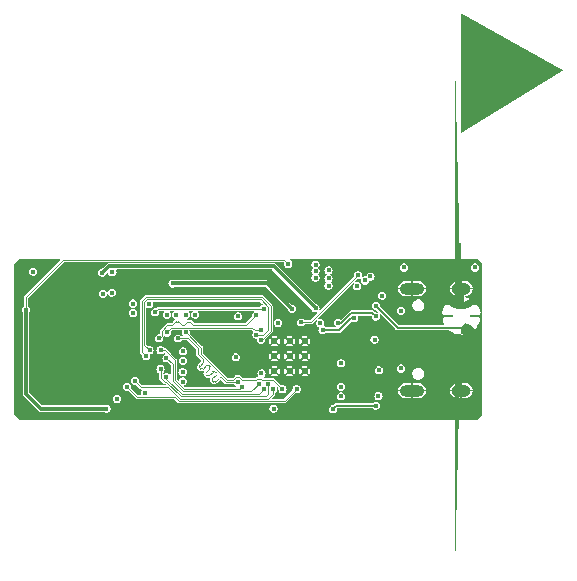
<source format=gbl>
G04 #@! TF.GenerationSoftware,KiCad,Pcbnew,8.0.3*
G04 #@! TF.CreationDate,2024-07-15T22:14:38+10:00*
G04 #@! TF.ProjectId,rs-probe,72732d70-726f-4626-952e-6b696361645f,rev?*
G04 #@! TF.SameCoordinates,Original*
G04 #@! TF.FileFunction,Copper,L4,Bot*
G04 #@! TF.FilePolarity,Positive*
%FSLAX46Y46*%
G04 Gerber Fmt 4.6, Leading zero omitted, Abs format (unit mm)*
G04 Created by KiCad (PCBNEW 8.0.3) date 2024-07-15 22:14:38*
%MOMM*%
%LPD*%
G01*
G04 APERTURE LIST*
G04 Aperture macros list*
%AMFreePoly0*
4,1,80,1.387009,0.798079,1.390475,0.796643,1.393169,0.796649,1.400171,0.792626,1.423057,0.783147,1.431670,0.774533,1.438055,0.770866,1.441811,0.764392,1.450647,0.755557,1.459897,0.733225,1.464035,0.726095,1.464041,0.723221,1.465579,0.719509,1.465579,0.680491,1.464143,0.677024,1.464149,0.674331,1.387016,0.453985,1.276943,0.248106,1.136544,0.061585,0.969154,-0.101149,
0.778748,-0.236232,0.569847,-0.340455,0.347413,-0.411344,0.116728,-0.447214,-0.116728,-0.447214,-0.347413,-0.411344,-0.569847,-0.340455,-0.778748,-0.236232,-0.969154,-0.101149,-1.136544,0.061585,-1.276943,0.248106,-1.387016,0.453985,-1.464149,0.674331,-1.464143,0.677024,-1.465579,0.680491,-1.465579,0.719509,-1.464041,0.723221,-1.464035,0.726095,-1.459897,0.733225,-1.450647,0.755557,
-1.441811,0.764392,-1.438055,0.770866,-1.431670,0.774533,-1.423057,0.783147,-1.400171,0.792626,-1.393169,0.796649,-1.390475,0.796643,-1.387009,0.798079,-0.519600,0.800000,-0.500091,0.798079,-0.477489,0.788716,-0.469600,0.786603,-0.467629,0.784632,-0.464043,0.783147,-0.436453,0.755557,-0.434966,0.751968,-0.432998,0.750000,-0.432997,0.750000,-0.400085,0.692996,-0.306996,0.599907,
-0.192986,0.534083,-0.065824,0.500010,0.065824,0.500010,0.192986,0.534083,0.306996,0.599907,0.400085,0.692996,0.432997,0.750000,0.432998,0.750000,0.434966,0.751968,0.436453,0.755557,0.464043,0.783147,0.467629,0.784632,0.469600,0.786603,0.477489,0.788716,0.500091,0.798079,0.512533,0.798106,0.519600,0.800000,0.526550,0.798137,1.367500,0.800000,1.387009,0.798079,
1.387009,0.798079,$1*%
%AMFreePoly1*
4,1,80,0.347413,0.411328,0.569847,0.340439,0.778748,0.236216,0.969154,0.101133,1.136544,-0.061601,1.276943,-0.248122,1.387016,-0.454001,1.464149,-0.674347,1.464143,-0.677040,1.465579,-0.680507,1.465579,-0.719525,1.464041,-0.723237,1.464035,-0.726111,1.459897,-0.733241,1.450647,-0.755573,1.441811,-0.764408,1.438055,-0.770882,1.431670,-0.774549,1.423057,-0.783163,1.400171,-0.792642,
1.393169,-0.796665,1.390475,-0.796659,1.387009,-0.798095,0.519600,-0.800016,0.500091,-0.798095,0.477489,-0.788732,0.469600,-0.786619,0.467629,-0.784648,0.464043,-0.783163,0.436453,-0.755573,0.434966,-0.751984,0.432998,-0.750016,0.432997,-0.750016,0.400085,-0.693012,0.306996,-0.599923,0.192986,-0.534099,0.065824,-0.500026,-0.065824,-0.500026,-0.192986,-0.534099,-0.306996,-0.599923,
-0.400085,-0.693012,-0.432997,-0.750016,-0.432998,-0.750016,-0.434966,-0.751984,-0.436453,-0.755573,-0.464043,-0.783163,-0.467629,-0.784648,-0.469600,-0.786619,-0.477489,-0.788732,-0.500091,-0.798095,-0.512533,-0.798122,-0.519600,-0.800016,-0.526550,-0.798153,-1.367500,-0.800016,-1.387009,-0.798095,-1.390475,-0.796659,-1.393169,-0.796665,-1.400171,-0.792642,-1.423057,-0.783163,-1.431670,-0.774549,
-1.438055,-0.770882,-1.441811,-0.764408,-1.450647,-0.755573,-1.459897,-0.733241,-1.464035,-0.726111,-1.464041,-0.723237,-1.465579,-0.719525,-1.465579,-0.680507,-1.464143,-0.677040,-1.464149,-0.674347,-1.387016,-0.454001,-1.276943,-0.248122,-1.136544,-0.061601,-0.969154,0.101133,-0.778748,0.236216,-0.569847,0.340439,-0.347413,0.411328,-0.116728,0.447198,0.116728,0.447198,0.347413,0.411328,
0.347413,0.411328,$1*%
G04 Aperture macros list end*
G04 #@! TA.AperFunction,ComponentPad*
%ADD10O,2.100000X1.000000*%
G04 #@! TD*
G04 #@! TA.AperFunction,ComponentPad*
%ADD11O,1.600000X1.000000*%
G04 #@! TD*
G04 #@! TA.AperFunction,ComponentPad*
%ADD12C,0.600000*%
G04 #@! TD*
G04 #@! TA.AperFunction,SMDPad,CuDef*
%ADD13FreePoly0,180.000000*%
G04 #@! TD*
G04 #@! TA.AperFunction,SMDPad,CuDef*
%ADD14FreePoly1,180.000000*%
G04 #@! TD*
G04 #@! TA.AperFunction,ViaPad*
%ADD15C,0.450000*%
G04 #@! TD*
G04 #@! TA.AperFunction,Conductor*
%ADD16C,0.200000*%
G04 #@! TD*
G04 #@! TA.AperFunction,Conductor*
%ADD17C,0.550000*%
G04 #@! TD*
G04 #@! TA.AperFunction,Conductor*
%ADD18C,0.100000*%
G04 #@! TD*
G04 #@! TA.AperFunction,Conductor*
%ADD19C,0.300000*%
G04 #@! TD*
G04 APERTURE END LIST*
D10*
X182370000Y-90320000D03*
D11*
X186550000Y-90320000D03*
D10*
X182370000Y-81680000D03*
D11*
X186550000Y-81680000D03*
D12*
X173275000Y-86125000D03*
X172000000Y-86125000D03*
X170725000Y-86125000D03*
X173275000Y-87400000D03*
X172000000Y-87400000D03*
X170725000Y-87400000D03*
X173275000Y-88675000D03*
X172000000Y-88675000D03*
X170725000Y-88675000D03*
D13*
X186550000Y-83000000D03*
D14*
X186550000Y-85000000D03*
D15*
X179300000Y-91600000D03*
X175660000Y-91910000D03*
X184000000Y-87800000D03*
X160350000Y-80350000D03*
X157150000Y-86000000D03*
X178587220Y-84648881D03*
X169200000Y-86400000D03*
X173150000Y-89700000D03*
X157150000Y-84730000D03*
X166550000Y-86700000D03*
X150550000Y-84730000D03*
X172000000Y-89700000D03*
X179350000Y-79425000D03*
X166150000Y-85800000D03*
X177250000Y-89200000D03*
X160661088Y-85400000D03*
X161617328Y-83000000D03*
X177250000Y-88000000D03*
X182900000Y-86800000D03*
X161250000Y-81150000D03*
X162180000Y-85400000D03*
X176475001Y-80199999D03*
X149900000Y-91600000D03*
X177250000Y-90800000D03*
X156500000Y-91040000D03*
X155400000Y-81225000D03*
X163217328Y-83000000D03*
X159550000Y-80350000D03*
X163877328Y-87000000D03*
X178000000Y-88600000D03*
X177250000Y-90000000D03*
X166900000Y-84300000D03*
X166550000Y-87500000D03*
X157100000Y-88750000D03*
X163850000Y-88760000D03*
X150550000Y-86000000D03*
X184150000Y-79900000D03*
X157150000Y-87270000D03*
X182900000Y-85600000D03*
X166550000Y-88300000D03*
X157000000Y-81200000D03*
X169750000Y-91850000D03*
X157150000Y-83460000D03*
X179200000Y-85100000D03*
X156300000Y-88750000D03*
X160100000Y-84000000D03*
X156200000Y-81225000D03*
X159050000Y-88420000D03*
X184000000Y-86600000D03*
X174300000Y-89700000D03*
X177725000Y-82375000D03*
X176850000Y-83300000D03*
X159750000Y-89600000D03*
X150300000Y-81150000D03*
X152900000Y-80325000D03*
X171750000Y-91850000D03*
X159750000Y-90500000D03*
X176350000Y-90800000D03*
X176350000Y-90000000D03*
X176350000Y-88000000D03*
X174600000Y-84600000D03*
X169625000Y-88875000D03*
X167450000Y-87500000D03*
X179200000Y-86000000D03*
X161617328Y-83900000D03*
X171000000Y-84600000D03*
X162950000Y-88760000D03*
X179525000Y-90775000D03*
X170650000Y-91850000D03*
X158750000Y-83750000D03*
X163217328Y-83900000D03*
X162977328Y-87000000D03*
X175300000Y-80816666D03*
X167650000Y-84025000D03*
X175300000Y-80150000D03*
X175300000Y-81450000D03*
X187700000Y-79900000D03*
X181455000Y-88450000D03*
X181455000Y-83550000D03*
X179559990Y-88600000D03*
X157000000Y-80300000D03*
X177725000Y-81475000D03*
X150300000Y-80250000D03*
X181700000Y-79900000D03*
X179850000Y-82300000D03*
X158750000Y-82950000D03*
X162950000Y-89560000D03*
X162417328Y-83900000D03*
X164017328Y-83900000D03*
X156200000Y-82125000D03*
X157400000Y-91040000D03*
X156950000Y-82050000D03*
X162977328Y-87800000D03*
X171900000Y-79600000D03*
X156500000Y-91850000D03*
X149700000Y-83460000D03*
X174200000Y-80215003D03*
X174200000Y-79650000D03*
X178400000Y-81000000D03*
X178852002Y-80660998D03*
X174200000Y-80780006D03*
X177800000Y-80550000D03*
X173000000Y-84550000D03*
X174200000Y-83350000D03*
X156150000Y-80325000D03*
X162100000Y-81250000D03*
X172200000Y-83400000D03*
X158900000Y-89500000D03*
X170600000Y-90200000D03*
X179300000Y-83150000D03*
X172600000Y-90200000D03*
X158220000Y-90000000D03*
X161077328Y-88500000D03*
X170200000Y-89800000D03*
X169800000Y-90200000D03*
X161577328Y-89180000D03*
X169600000Y-86000000D03*
X159877328Y-87400000D03*
X169200000Y-85600000D03*
X160152141Y-86906335D03*
X162537328Y-85900000D03*
X167600000Y-89600000D03*
X176100000Y-84600000D03*
X179300000Y-84050000D03*
X168000000Y-90000000D03*
X161077328Y-86900000D03*
X160960000Y-85900000D03*
X169162500Y-83962500D03*
X161577328Y-87580000D03*
X169409837Y-89724592D03*
X169800000Y-83400000D03*
X160600000Y-83700000D03*
X160100000Y-83000000D03*
X169599033Y-85199999D03*
X161614997Y-85400000D03*
X177450000Y-84200000D03*
X174800000Y-85200000D03*
X163217328Y-85400000D03*
X171400000Y-90200000D03*
D16*
X179300000Y-91600000D02*
X175970000Y-91600000D01*
X175970000Y-91600000D02*
X175660000Y-91910000D01*
D17*
X186550000Y-83000000D02*
X186550000Y-81680000D01*
D18*
X150461544Y-81640000D02*
X150460000Y-81640000D01*
X150460000Y-81640000D02*
X149700000Y-82400000D01*
X152850000Y-79250000D02*
X150690000Y-81410000D01*
D19*
X149700000Y-90600000D02*
X150950000Y-91850000D01*
D18*
X171900000Y-79600000D02*
X171550000Y-79250000D01*
D19*
X150950000Y-91850000D02*
X156500000Y-91850000D01*
D18*
X171550000Y-79250000D02*
X152850000Y-79250000D01*
X150690000Y-81410000D02*
X150690000Y-81411544D01*
X150690000Y-81411544D02*
X150461544Y-81640000D01*
X149700000Y-82400000D02*
X149700000Y-83460000D01*
D19*
X149700000Y-83460000D02*
X149700000Y-90600000D01*
D18*
X173800000Y-84550000D02*
X177800000Y-80550000D01*
X173000000Y-84550000D02*
X173800000Y-84550000D01*
D19*
X174200000Y-83350000D02*
X170650000Y-79800000D01*
X170650000Y-79800000D02*
X156750000Y-79800000D01*
X156750000Y-79800000D02*
X156150000Y-80400000D01*
X170050000Y-81250000D02*
X172200000Y-83400000D01*
X162100000Y-81250000D02*
X170050000Y-81250000D01*
D18*
X162700000Y-91000000D02*
X170200000Y-91000000D01*
X158900000Y-89500000D02*
X159450000Y-90050000D01*
X170200000Y-91000000D02*
X170600000Y-90600000D01*
X170600000Y-90600000D02*
X170600000Y-90200000D01*
X159450000Y-90050000D02*
X161750000Y-90050000D01*
X161750000Y-90050000D02*
X162700000Y-91000000D01*
D16*
X179300000Y-83150000D02*
X181150000Y-85000000D01*
X181150000Y-85000000D02*
X186550000Y-85000000D01*
D18*
X158220000Y-90000000D02*
X159110000Y-90890000D01*
X159110000Y-90890000D02*
X162290000Y-90890000D01*
X171600000Y-91200000D02*
X172600000Y-90200000D01*
X162290000Y-90890000D02*
X162600000Y-91200000D01*
X162600000Y-91200000D02*
X171600000Y-91200000D01*
X170200000Y-90600000D02*
X170200000Y-89800000D01*
X170000000Y-90800000D02*
X170200000Y-90600000D01*
X161415784Y-89570000D02*
X161559929Y-89570000D01*
X161559929Y-89570000D02*
X162789929Y-90800000D01*
X161077328Y-89231544D02*
X161415784Y-89570000D01*
X162789929Y-90800000D02*
X170000000Y-90800000D01*
X161077328Y-88500000D02*
X161077328Y-89231544D01*
X169410000Y-90590000D02*
X169800000Y-90200000D01*
X161577328Y-89304557D02*
X162862771Y-90590000D01*
X161577328Y-89180000D02*
X161577328Y-89304557D01*
X162862771Y-90590000D02*
X169410000Y-90590000D01*
X169633418Y-86000000D02*
X170390000Y-85243418D01*
X159855613Y-82410000D02*
X159500000Y-82765613D01*
X159500000Y-87022672D02*
X159877328Y-87400000D01*
X170390000Y-85243418D02*
X170390000Y-83155613D01*
X169644387Y-82410000D02*
X159855613Y-82410000D01*
X169600000Y-86000000D02*
X169633418Y-86000000D01*
X170390000Y-83155613D02*
X169644387Y-82410000D01*
X159500000Y-82765613D02*
X159500000Y-87022672D01*
X159700000Y-82848456D02*
X159938456Y-82610000D01*
X159938456Y-82610000D02*
X169561544Y-82610000D01*
X170190000Y-83238456D02*
X170190000Y-85160576D01*
X169561544Y-82610000D02*
X170190000Y-83238456D01*
X160152141Y-86906335D02*
X159700000Y-86454194D01*
X159700000Y-86454194D02*
X159700000Y-82848456D01*
X169750576Y-85600000D02*
X169200000Y-85600000D01*
X170190000Y-85160576D02*
X169750576Y-85600000D01*
X165511778Y-89558297D02*
X165458037Y-89504556D01*
X164267328Y-86752892D02*
X163414436Y-85900000D01*
X164920635Y-88752194D02*
X165228934Y-88443896D01*
X164267328Y-87267328D02*
X164267328Y-86752892D01*
X165497636Y-88712597D02*
X165189338Y-89020896D01*
X164383233Y-88214792D02*
X164691532Y-87906494D01*
X164637794Y-87637794D02*
X164399323Y-87399323D01*
X166600000Y-89600000D02*
X166250000Y-89250000D01*
X164436974Y-88483493D02*
X164383233Y-88429752D01*
X164399323Y-87399323D02*
X164267328Y-87267328D01*
X165458037Y-89289596D02*
X165766336Y-88981298D01*
X165766335Y-88766336D02*
X165712598Y-88712598D01*
X167600000Y-89600000D02*
X166600000Y-89600000D01*
X164960234Y-88175195D02*
X164651936Y-88483494D01*
X166035038Y-89249999D02*
X165726740Y-89558298D01*
X165228933Y-88228934D02*
X165175196Y-88175196D01*
X164691531Y-87691532D02*
X164637794Y-87637794D01*
X164974376Y-89020895D02*
X164920635Y-88967154D01*
X163414436Y-85900000D02*
X162537328Y-85900000D01*
X164691532Y-87906494D02*
G75*
G03*
X164691545Y-87691519I-107532J107494D01*
G01*
X166250000Y-89250000D02*
G75*
G03*
X166035020Y-89249980I-107500J-107500D01*
G01*
X165766336Y-88981298D02*
G75*
G03*
X165766353Y-88766318I-107436J107498D01*
G01*
X164651936Y-88483494D02*
G75*
G02*
X164437019Y-88483449I-107436J107494D01*
G01*
X165189338Y-89020896D02*
G75*
G02*
X164974419Y-89020853I-107438J107496D01*
G01*
X164920635Y-88967154D02*
G75*
G02*
X164920661Y-88752220I107465J107454D01*
G01*
X165726740Y-89558298D02*
G75*
G02*
X165511819Y-89558257I-107440J107498D01*
G01*
X165458037Y-89504556D02*
G75*
G02*
X165458061Y-89289620I107463J107456D01*
G01*
X164383233Y-88429752D02*
G75*
G02*
X164383261Y-88214820I107467J107452D01*
G01*
X165712598Y-88712598D02*
G75*
G03*
X165497620Y-88712580I-107498J-107502D01*
G01*
X165228934Y-88443896D02*
G75*
G03*
X165228949Y-88228918I-107434J107496D01*
G01*
X165175196Y-88175196D02*
G75*
G03*
X164960220Y-88175180I-107496J-107504D01*
G01*
D16*
X176375736Y-84600000D02*
X176100000Y-84600000D01*
X179300000Y-84050000D02*
X179010000Y-83760000D01*
X177215736Y-83760000D02*
X176375736Y-84600000D01*
X179010000Y-83760000D02*
X177215736Y-83760000D01*
D18*
X161448872Y-86900000D02*
X162300000Y-87751128D01*
X163028456Y-90190000D02*
X167810000Y-90190000D01*
X162300000Y-87751128D02*
X162300000Y-89461544D01*
X161077328Y-86900000D02*
X161448872Y-86900000D01*
X167810000Y-90190000D02*
X168000000Y-90000000D01*
X162300000Y-89461544D02*
X163028456Y-90190000D01*
X168325000Y-84800000D02*
X163900000Y-84800000D01*
X161900000Y-84800000D02*
X161813453Y-84800000D01*
X163580000Y-84480000D02*
X163400000Y-84480000D01*
X162580000Y-84480000D02*
X162400000Y-84480000D01*
X163080000Y-84800000D02*
X162900000Y-84800000D01*
X161200000Y-85263453D02*
X161200000Y-85660000D01*
X161663453Y-84800000D02*
X161200000Y-85263453D01*
X161200000Y-85660000D02*
X160960000Y-85900000D01*
X162080000Y-84800000D02*
X161900000Y-84800000D01*
X161813453Y-84800000D02*
X161663453Y-84800000D01*
X169162500Y-83962500D02*
X168325000Y-84800000D01*
X163240000Y-84640000D02*
G75*
G02*
X163080000Y-84800000I-160000J0D01*
G01*
X162740000Y-84640000D02*
G75*
G03*
X162580000Y-84480000I-160000J0D01*
G01*
X163740000Y-84640000D02*
G75*
G03*
X163580000Y-84480000I-160000J0D01*
G01*
X162900000Y-84800000D02*
G75*
G02*
X162740000Y-84640000I0J160000D01*
G01*
X162240000Y-84640000D02*
G75*
G02*
X162080000Y-84800000I-160000J0D01*
G01*
X163900000Y-84800000D02*
G75*
G02*
X163740000Y-84640000I0J160000D01*
G01*
X163400000Y-84480000D02*
G75*
G03*
X163240000Y-84640000I0J-160000D01*
G01*
X162400000Y-84480000D02*
G75*
G03*
X162240000Y-84640000I0J-160000D01*
G01*
X162100000Y-88102672D02*
X162100000Y-89544387D01*
X161577328Y-87580000D02*
X162100000Y-88102672D01*
X162100000Y-89544387D02*
X162945613Y-90390000D01*
X168500000Y-90390000D02*
X168744429Y-90390000D01*
X162945613Y-90390000D02*
X168500000Y-90390000D01*
X168744429Y-90390000D02*
X169409837Y-89724592D01*
X169800000Y-83400000D02*
X160900000Y-83400000D01*
X160900000Y-83400000D02*
X160600000Y-83700000D01*
X169048455Y-85199999D02*
X168858456Y-85010000D01*
X169599033Y-85199999D02*
X169048455Y-85199999D01*
X168858456Y-85010000D02*
X162004997Y-85010000D01*
X162004997Y-85010000D02*
X161614997Y-85400000D01*
D16*
X176200000Y-85200000D02*
X174800000Y-85200000D01*
X177200000Y-84200000D02*
X176200000Y-85200000D01*
X177450000Y-84200000D02*
X177200000Y-84200000D01*
D18*
X167248456Y-89400000D02*
X167438456Y-89210000D01*
X167761544Y-89210000D02*
X167951544Y-89400000D01*
X166700000Y-89400000D02*
X167248456Y-89400000D01*
X167438456Y-89210000D02*
X167761544Y-89210000D01*
X170610000Y-89410000D02*
X171400000Y-90200000D01*
X167951544Y-89400000D02*
X169182885Y-89400000D01*
X169182885Y-89400000D02*
X169248293Y-89334592D01*
X163217328Y-85400000D02*
X164500000Y-86682672D01*
X169646789Y-89410000D02*
X170610000Y-89410000D01*
X169571381Y-89334592D02*
X169646789Y-89410000D01*
X164500000Y-86682672D02*
X164500000Y-87200000D01*
X169248293Y-89334592D02*
X169571381Y-89334592D01*
X164500000Y-87200000D02*
X166700000Y-89400000D01*
G04 #@! TA.AperFunction,Conductor*
G36*
X163772530Y-83584852D02*
G01*
X163786882Y-83619500D01*
X163772530Y-83654148D01*
X163769379Y-83657036D01*
X163748575Y-83674492D01*
X163687656Y-83780006D01*
X163666498Y-83900000D01*
X163687656Y-84019993D01*
X163748575Y-84125507D01*
X163748576Y-84125508D01*
X163748577Y-84125509D01*
X163841913Y-84203828D01*
X163956407Y-84245500D01*
X163956408Y-84245500D01*
X164078248Y-84245500D01*
X164078249Y-84245500D01*
X164192743Y-84203828D01*
X164286079Y-84125509D01*
X164344108Y-84025000D01*
X167299170Y-84025000D01*
X167320328Y-84144993D01*
X167381247Y-84250507D01*
X167381248Y-84250508D01*
X167381249Y-84250509D01*
X167474585Y-84328828D01*
X167589079Y-84370500D01*
X167589080Y-84370500D01*
X167710920Y-84370500D01*
X167710921Y-84370500D01*
X167825415Y-84328828D01*
X167918751Y-84250509D01*
X167949211Y-84197750D01*
X167979671Y-84144993D01*
X167979671Y-84144992D01*
X167979672Y-84144991D01*
X168000830Y-84025000D01*
X167979672Y-83905009D01*
X167979671Y-83905007D01*
X167979671Y-83905006D01*
X167918752Y-83799492D01*
X167910307Y-83792406D01*
X167825415Y-83721172D01*
X167710921Y-83679500D01*
X167589079Y-83679500D01*
X167559824Y-83690148D01*
X167474584Y-83721172D01*
X167381247Y-83799492D01*
X167320328Y-83905006D01*
X167299170Y-84025000D01*
X164344108Y-84025000D01*
X164347000Y-84019991D01*
X164368158Y-83900000D01*
X164347000Y-83780009D01*
X164346999Y-83780007D01*
X164346999Y-83780006D01*
X164286080Y-83674492D01*
X164280718Y-83669993D01*
X164265276Y-83657035D01*
X164247960Y-83623770D01*
X164259238Y-83588003D01*
X164292504Y-83570686D01*
X164296774Y-83570500D01*
X168957537Y-83570500D01*
X168992185Y-83584852D01*
X169006537Y-83619500D01*
X168992185Y-83654148D01*
X168989034Y-83657036D01*
X168893747Y-83736992D01*
X168832828Y-83842506D01*
X168815417Y-83941249D01*
X168811670Y-83962500D01*
X168822775Y-84025484D01*
X168823685Y-84030642D01*
X168815567Y-84067256D01*
X168810077Y-84073798D01*
X168268729Y-84615148D01*
X168234081Y-84629500D01*
X163956945Y-84629500D01*
X163922297Y-84615148D01*
X163909615Y-84593183D01*
X163898043Y-84550000D01*
X163887977Y-84512432D01*
X163887976Y-84512430D01*
X163887976Y-84512429D01*
X163844470Y-84437074D01*
X163844467Y-84437071D01*
X163844466Y-84437068D01*
X163782932Y-84375534D01*
X163782929Y-84375532D01*
X163782925Y-84375529D01*
X163707570Y-84332023D01*
X163707566Y-84332022D01*
X163623514Y-84309500D01*
X163623511Y-84309500D01*
X163613915Y-84309500D01*
X163438916Y-84309500D01*
X163400000Y-84309500D01*
X163380304Y-84309500D01*
X163345656Y-84295148D01*
X163331304Y-84260500D01*
X163345656Y-84225852D01*
X163363545Y-84214455D01*
X163364611Y-84214067D01*
X163392743Y-84203828D01*
X163486079Y-84125509D01*
X163547000Y-84019991D01*
X163568158Y-83900000D01*
X163547000Y-83780009D01*
X163546999Y-83780007D01*
X163546999Y-83780006D01*
X163486080Y-83674492D01*
X163480718Y-83669993D01*
X163465276Y-83657035D01*
X163447960Y-83623770D01*
X163459238Y-83588003D01*
X163492504Y-83570686D01*
X163496774Y-83570500D01*
X163737882Y-83570500D01*
X163772530Y-83584852D01*
G37*
G04 #@! TD.AperFunction*
G04 #@! TA.AperFunction,Conductor*
G36*
X152574729Y-79214852D02*
G01*
X152589081Y-79249500D01*
X152574729Y-79284148D01*
X150545455Y-81313421D01*
X150545026Y-81314064D01*
X150538939Y-81321479D01*
X150371483Y-81488936D01*
X150364068Y-81495023D01*
X150363422Y-81495454D01*
X149959386Y-81899491D01*
X149603420Y-82255457D01*
X149583370Y-82275507D01*
X149555457Y-82303419D01*
X149529500Y-82366083D01*
X149529500Y-83129198D01*
X149515148Y-83163846D01*
X149511997Y-83166734D01*
X149431247Y-83234492D01*
X149370328Y-83340006D01*
X149354887Y-83427578D01*
X149349170Y-83460000D01*
X149369537Y-83575507D01*
X149370329Y-83579994D01*
X149404454Y-83639099D01*
X149420401Y-83666720D01*
X149422935Y-83671108D01*
X149429500Y-83695608D01*
X149429500Y-90653807D01*
X149446356Y-90694500D01*
X149450051Y-90703420D01*
X149470681Y-90753226D01*
X149470682Y-90753227D01*
X149470683Y-90753229D01*
X150796770Y-92079316D01*
X150796772Y-92079317D01*
X150796774Y-92079319D01*
X150837955Y-92096376D01*
X150896194Y-92120500D01*
X156267032Y-92120500D01*
X156298529Y-92131964D01*
X156324585Y-92153828D01*
X156439079Y-92195500D01*
X156439080Y-92195500D01*
X156560920Y-92195500D01*
X156560921Y-92195500D01*
X156675415Y-92153828D01*
X156768751Y-92075509D01*
X156829672Y-91969991D01*
X156850830Y-91850000D01*
X170299170Y-91850000D01*
X170320328Y-91969993D01*
X170381247Y-92075507D01*
X170381248Y-92075508D01*
X170381249Y-92075509D01*
X170474585Y-92153828D01*
X170589079Y-92195500D01*
X170589080Y-92195500D01*
X170710920Y-92195500D01*
X170710921Y-92195500D01*
X170825415Y-92153828D01*
X170918751Y-92075509D01*
X170979672Y-91969991D01*
X170990250Y-91910000D01*
X175309170Y-91910000D01*
X175330328Y-92029993D01*
X175391247Y-92135507D01*
X175391248Y-92135508D01*
X175391249Y-92135509D01*
X175484585Y-92213828D01*
X175599079Y-92255500D01*
X175599080Y-92255500D01*
X175720920Y-92255500D01*
X175720921Y-92255500D01*
X175835415Y-92213828D01*
X175928751Y-92135509D01*
X175989672Y-92029991D01*
X176010830Y-91910000D01*
X176009414Y-91901970D01*
X176017529Y-91865357D01*
X176023015Y-91858818D01*
X176046984Y-91834850D01*
X176081631Y-91820500D01*
X179007444Y-91820500D01*
X179038941Y-91831964D01*
X179092433Y-91876849D01*
X179124585Y-91903828D01*
X179239079Y-91945500D01*
X179239080Y-91945500D01*
X179360920Y-91945500D01*
X179360921Y-91945500D01*
X179475415Y-91903828D01*
X179568751Y-91825509D01*
X179629672Y-91719991D01*
X179650830Y-91600000D01*
X179629672Y-91480009D01*
X179629671Y-91480007D01*
X179629671Y-91480006D01*
X179568752Y-91374492D01*
X179563993Y-91370499D01*
X179475415Y-91296172D01*
X179360921Y-91254500D01*
X179239079Y-91254500D01*
X179208832Y-91265509D01*
X179124584Y-91296172D01*
X179038941Y-91368036D01*
X179007444Y-91379500D01*
X175926137Y-91379500D01*
X175845095Y-91413070D01*
X175845094Y-91413070D01*
X175708018Y-91550148D01*
X175673370Y-91564500D01*
X175599079Y-91564500D01*
X175541832Y-91585336D01*
X175484584Y-91606172D01*
X175391247Y-91684492D01*
X175330328Y-91790006D01*
X175309170Y-91910000D01*
X170990250Y-91910000D01*
X171000830Y-91850000D01*
X170979672Y-91730009D01*
X170979671Y-91730007D01*
X170979671Y-91730006D01*
X170918752Y-91624492D01*
X170825415Y-91546172D01*
X170710921Y-91504500D01*
X170589079Y-91504500D01*
X170531832Y-91525336D01*
X170474584Y-91546172D01*
X170381247Y-91624492D01*
X170320328Y-91730006D01*
X170299170Y-91850000D01*
X156850830Y-91850000D01*
X156829672Y-91730009D01*
X156829671Y-91730007D01*
X156829671Y-91730006D01*
X156768752Y-91624492D01*
X156675415Y-91546172D01*
X156560921Y-91504500D01*
X156439079Y-91504500D01*
X156381832Y-91525336D01*
X156324584Y-91546172D01*
X156298529Y-91568036D01*
X156267032Y-91579500D01*
X151082341Y-91579500D01*
X151047693Y-91565148D01*
X150522545Y-91040000D01*
X157049170Y-91040000D01*
X157070328Y-91159993D01*
X157131247Y-91265507D01*
X157131248Y-91265508D01*
X157131249Y-91265509D01*
X157224585Y-91343828D01*
X157339079Y-91385500D01*
X157339080Y-91385500D01*
X157460920Y-91385500D01*
X157460921Y-91385500D01*
X157575415Y-91343828D01*
X157668751Y-91265509D01*
X157729672Y-91159991D01*
X157750830Y-91040000D01*
X157729672Y-90920009D01*
X157729671Y-90920007D01*
X157729671Y-90920006D01*
X157668752Y-90814492D01*
X157595742Y-90753229D01*
X157575415Y-90736172D01*
X157460921Y-90694500D01*
X157339079Y-90694500D01*
X157309824Y-90705148D01*
X157224584Y-90736172D01*
X157131247Y-90814492D01*
X157070328Y-90920006D01*
X157049170Y-91040000D01*
X150522545Y-91040000D01*
X149984852Y-90502307D01*
X149970500Y-90467659D01*
X149970500Y-90000000D01*
X157869170Y-90000000D01*
X157890328Y-90119993D01*
X157951247Y-90225507D01*
X157951248Y-90225508D01*
X157951249Y-90225509D01*
X158044585Y-90303828D01*
X158159079Y-90345500D01*
X158159080Y-90345500D01*
X158280919Y-90345500D01*
X158280921Y-90345500D01*
X158283448Y-90344580D01*
X158320913Y-90346215D01*
X158334854Y-90355977D01*
X158965457Y-90986580D01*
X159013420Y-91034543D01*
X159076085Y-91060500D01*
X162199081Y-91060500D01*
X162233729Y-91074852D01*
X162455457Y-91296580D01*
X162503420Y-91344543D01*
X162566085Y-91370500D01*
X162566087Y-91370500D01*
X171633913Y-91370500D01*
X171633915Y-91370500D01*
X171696580Y-91344543D01*
X172241122Y-90800000D01*
X175999170Y-90800000D01*
X176020328Y-90919993D01*
X176081247Y-91025507D01*
X176081248Y-91025508D01*
X176081249Y-91025509D01*
X176174585Y-91103828D01*
X176289079Y-91145500D01*
X176289080Y-91145500D01*
X176410920Y-91145500D01*
X176410921Y-91145500D01*
X176525415Y-91103828D01*
X176618751Y-91025509D01*
X176679672Y-90919991D01*
X176700830Y-90800000D01*
X176696422Y-90775000D01*
X179174170Y-90775000D01*
X179195328Y-90894993D01*
X179256247Y-91000507D01*
X179256248Y-91000508D01*
X179256249Y-91000509D01*
X179349585Y-91078828D01*
X179464079Y-91120500D01*
X179464080Y-91120500D01*
X179585920Y-91120500D01*
X179585921Y-91120500D01*
X179700415Y-91078828D01*
X179793751Y-91000509D01*
X179854672Y-90894991D01*
X179875830Y-90775000D01*
X179854672Y-90655009D01*
X179854671Y-90655007D01*
X179854671Y-90655006D01*
X179793752Y-90549492D01*
X179746194Y-90509586D01*
X179700415Y-90471172D01*
X179585921Y-90429500D01*
X179464079Y-90429500D01*
X179446781Y-90435796D01*
X179349584Y-90471172D01*
X179256247Y-90549492D01*
X179195328Y-90655006D01*
X179174170Y-90775000D01*
X176696422Y-90775000D01*
X176679672Y-90680009D01*
X176679671Y-90680007D01*
X176679671Y-90680006D01*
X176618752Y-90574492D01*
X176525415Y-90496172D01*
X176447075Y-90467659D01*
X176410921Y-90454500D01*
X176289079Y-90454500D01*
X176252925Y-90467659D01*
X176174584Y-90496172D01*
X176081247Y-90574492D01*
X176020328Y-90680006D01*
X175999170Y-90800000D01*
X172241122Y-90800000D01*
X172485146Y-90555976D01*
X172519793Y-90541625D01*
X172536551Y-90544580D01*
X172539079Y-90545500D01*
X172660920Y-90545500D01*
X172660921Y-90545500D01*
X172775415Y-90503828D01*
X172868751Y-90425509D01*
X172914944Y-90345500D01*
X172929671Y-90319993D01*
X172929671Y-90319992D01*
X172929672Y-90319991D01*
X172950830Y-90200000D01*
X172929672Y-90080009D01*
X172929671Y-90080007D01*
X172929671Y-90080006D01*
X172883479Y-90000000D01*
X175999170Y-90000000D01*
X176020328Y-90119993D01*
X176081247Y-90225507D01*
X176081248Y-90225508D01*
X176081249Y-90225509D01*
X176174585Y-90303828D01*
X176289079Y-90345500D01*
X176289080Y-90345500D01*
X176410920Y-90345500D01*
X176410921Y-90345500D01*
X176525415Y-90303828D01*
X176595524Y-90244999D01*
X181172183Y-90244999D01*
X181172184Y-90245000D01*
X181529513Y-90245000D01*
X181520000Y-90280504D01*
X181520000Y-90359496D01*
X181529513Y-90395000D01*
X181172183Y-90395000D01*
X181194976Y-90509586D01*
X181194980Y-90509601D01*
X181243976Y-90627886D01*
X181315112Y-90734351D01*
X181405648Y-90824887D01*
X181512113Y-90896023D01*
X181630398Y-90945019D01*
X181630404Y-90945021D01*
X181755984Y-90970000D01*
X182295000Y-90970000D01*
X182295000Y-90620000D01*
X182445000Y-90620000D01*
X182445000Y-90970000D01*
X182984016Y-90970000D01*
X183109595Y-90945021D01*
X183109601Y-90945019D01*
X183227886Y-90896023D01*
X183334351Y-90824887D01*
X183424887Y-90734351D01*
X183496023Y-90627886D01*
X183545019Y-90509601D01*
X183545023Y-90509586D01*
X183567816Y-90395000D01*
X183210487Y-90395000D01*
X183220000Y-90359496D01*
X183220000Y-90280504D01*
X183210487Y-90245000D01*
X183567816Y-90245000D01*
X183567816Y-90244999D01*
X185602183Y-90244999D01*
X185602184Y-90245000D01*
X185959513Y-90245000D01*
X185950000Y-90280504D01*
X185950000Y-90359496D01*
X185959513Y-90395000D01*
X185602183Y-90395000D01*
X185624976Y-90509586D01*
X185624980Y-90509601D01*
X185673976Y-90627886D01*
X185745112Y-90734351D01*
X185835648Y-90824887D01*
X185942113Y-90896023D01*
X186060398Y-90945019D01*
X186060404Y-90945021D01*
X186185984Y-90970000D01*
X186475000Y-90970000D01*
X186475000Y-90620000D01*
X186625000Y-90620000D01*
X186625000Y-90970000D01*
X186914016Y-90970000D01*
X187039595Y-90945021D01*
X187039601Y-90945019D01*
X187157886Y-90896023D01*
X187264351Y-90824887D01*
X187354887Y-90734351D01*
X187426023Y-90627886D01*
X187475019Y-90509601D01*
X187475023Y-90509586D01*
X187497816Y-90395000D01*
X187140487Y-90395000D01*
X187150000Y-90359496D01*
X187150000Y-90280504D01*
X187140487Y-90245000D01*
X187497816Y-90245000D01*
X187497816Y-90244999D01*
X187475023Y-90130413D01*
X187475019Y-90130398D01*
X187426023Y-90012113D01*
X187354887Y-89905648D01*
X187264351Y-89815112D01*
X187157886Y-89743976D01*
X187039601Y-89694980D01*
X187039595Y-89694978D01*
X186914016Y-89670000D01*
X186625000Y-89670000D01*
X186625000Y-90020000D01*
X186475000Y-90020000D01*
X186475000Y-89670000D01*
X186185984Y-89670000D01*
X186060404Y-89694978D01*
X186060398Y-89694980D01*
X185942113Y-89743976D01*
X185835648Y-89815112D01*
X185745112Y-89905648D01*
X185673976Y-90012113D01*
X185624980Y-90130398D01*
X185624976Y-90130413D01*
X185602183Y-90244999D01*
X183567816Y-90244999D01*
X183545023Y-90130413D01*
X183545019Y-90130398D01*
X183496023Y-90012113D01*
X183424887Y-89905648D01*
X183334351Y-89815112D01*
X183227886Y-89743976D01*
X183109601Y-89694980D01*
X183109595Y-89694978D01*
X182984016Y-89670000D01*
X182445000Y-89670000D01*
X182445000Y-90020000D01*
X182295000Y-90020000D01*
X182295000Y-89670000D01*
X181755984Y-89670000D01*
X181630404Y-89694978D01*
X181630398Y-89694980D01*
X181512113Y-89743976D01*
X181405648Y-89815112D01*
X181315112Y-89905648D01*
X181243976Y-90012113D01*
X181194980Y-90130398D01*
X181194976Y-90130413D01*
X181172183Y-90244999D01*
X176595524Y-90244999D01*
X176618751Y-90225509D01*
X176679672Y-90119991D01*
X176700830Y-90000000D01*
X176679672Y-89880009D01*
X176679671Y-89880007D01*
X176679671Y-89880006D01*
X176618752Y-89774492D01*
X176613993Y-89770499D01*
X176525415Y-89696172D01*
X176410921Y-89654500D01*
X176289079Y-89654500D01*
X176258733Y-89665545D01*
X176174584Y-89696172D01*
X176081247Y-89774492D01*
X176020328Y-89880006D01*
X175999170Y-90000000D01*
X172883479Y-90000000D01*
X172868752Y-89974492D01*
X172775415Y-89896172D01*
X172731007Y-89880009D01*
X172660921Y-89854500D01*
X172539079Y-89854500D01*
X172481832Y-89875336D01*
X172424584Y-89896172D01*
X172331247Y-89974492D01*
X172270328Y-90080006D01*
X172249170Y-90200000D01*
X172261184Y-90268142D01*
X172253066Y-90304756D01*
X172247576Y-90311298D01*
X171543729Y-91015148D01*
X171509081Y-91029500D01*
X170529919Y-91029500D01*
X170495271Y-91015148D01*
X170480919Y-90980500D01*
X170495271Y-90945852D01*
X170744542Y-90696581D01*
X170744543Y-90696580D01*
X170748685Y-90686580D01*
X170770500Y-90633915D01*
X170770500Y-90530800D01*
X170784852Y-90496152D01*
X170787986Y-90493279D01*
X170868751Y-90425509D01*
X170914944Y-90345500D01*
X170929671Y-90319993D01*
X170929671Y-90319992D01*
X170929672Y-90319991D01*
X170950830Y-90200000D01*
X170950829Y-90199998D01*
X170950830Y-90199997D01*
X170936722Y-90119991D01*
X170933278Y-90100460D01*
X170941394Y-90063847D01*
X170973024Y-90043697D01*
X171009638Y-90051813D01*
X171016181Y-90057304D01*
X171047577Y-90088700D01*
X171061929Y-90123348D01*
X171061185Y-90131856D01*
X171049171Y-90199997D01*
X171049170Y-90200000D01*
X171052785Y-90220499D01*
X171070328Y-90319993D01*
X171131247Y-90425507D01*
X171131248Y-90425508D01*
X171131249Y-90425509D01*
X171224585Y-90503828D01*
X171339079Y-90545500D01*
X171339080Y-90545500D01*
X171460920Y-90545500D01*
X171460921Y-90545500D01*
X171575415Y-90503828D01*
X171668751Y-90425509D01*
X171714944Y-90345500D01*
X171729671Y-90319993D01*
X171729671Y-90319992D01*
X171729672Y-90319991D01*
X171750830Y-90200000D01*
X171729672Y-90080009D01*
X171729671Y-90080007D01*
X171729671Y-90080006D01*
X171668752Y-89974492D01*
X171575415Y-89896172D01*
X171531007Y-89880009D01*
X171460921Y-89854500D01*
X171339079Y-89854500D01*
X171339077Y-89854500D01*
X171336549Y-89855420D01*
X171299081Y-89853782D01*
X171285145Y-89844022D01*
X170706582Y-89265458D01*
X170643916Y-89239500D01*
X170643915Y-89239500D01*
X169862735Y-89239500D01*
X169828087Y-89225148D01*
X169813735Y-89190500D01*
X169828087Y-89155852D01*
X169831238Y-89152964D01*
X169845570Y-89140938D01*
X169893751Y-89100509D01*
X169954672Y-88994991D01*
X169975830Y-88875000D01*
X169954672Y-88755009D01*
X169954671Y-88755007D01*
X169954671Y-88755006D01*
X169908478Y-88674998D01*
X170270373Y-88674998D01*
X170270373Y-88675001D01*
X170288789Y-88803084D01*
X170342541Y-88920785D01*
X170342545Y-88920792D01*
X170356749Y-88937184D01*
X170579128Y-88714804D01*
X170597836Y-88759968D01*
X170640032Y-88802164D01*
X170685194Y-88820871D01*
X170463930Y-89042135D01*
X170536142Y-89088544D01*
X170660298Y-89124999D01*
X170660305Y-89125000D01*
X170789695Y-89125000D01*
X170789701Y-89124999D01*
X170913858Y-89088543D01*
X170986068Y-89042134D01*
X170764805Y-88820871D01*
X170809968Y-88802164D01*
X170852164Y-88759968D01*
X170870870Y-88714805D01*
X171093249Y-88937184D01*
X171093250Y-88937183D01*
X171107454Y-88920792D01*
X171107458Y-88920786D01*
X171161210Y-88803084D01*
X171179627Y-88675001D01*
X171179627Y-88674998D01*
X171545373Y-88674998D01*
X171545373Y-88675001D01*
X171563789Y-88803084D01*
X171617541Y-88920785D01*
X171617545Y-88920792D01*
X171631749Y-88937184D01*
X171854128Y-88714804D01*
X171872836Y-88759968D01*
X171915032Y-88802164D01*
X171960194Y-88820870D01*
X171738929Y-89042135D01*
X171811142Y-89088544D01*
X171935298Y-89124999D01*
X171935305Y-89125000D01*
X172064695Y-89125000D01*
X172064701Y-89124999D01*
X172188858Y-89088543D01*
X172261068Y-89042134D01*
X172039805Y-88820871D01*
X172084968Y-88802164D01*
X172127164Y-88759968D01*
X172145871Y-88714805D01*
X172368249Y-88937184D01*
X172368250Y-88937183D01*
X172382454Y-88920792D01*
X172382458Y-88920786D01*
X172436210Y-88803084D01*
X172454627Y-88675001D01*
X172454627Y-88674998D01*
X172820373Y-88674998D01*
X172820373Y-88675001D01*
X172838789Y-88803084D01*
X172892541Y-88920785D01*
X172892545Y-88920792D01*
X172906749Y-88937184D01*
X173129128Y-88714804D01*
X173147836Y-88759968D01*
X173190032Y-88802164D01*
X173235194Y-88820871D01*
X173013930Y-89042135D01*
X173086142Y-89088544D01*
X173210298Y-89124999D01*
X173210305Y-89125000D01*
X173339695Y-89125000D01*
X173339701Y-89124999D01*
X173463858Y-89088543D01*
X173536068Y-89042134D01*
X173314805Y-88820871D01*
X173359968Y-88802164D01*
X173402164Y-88759968D01*
X173420871Y-88714805D01*
X173643249Y-88937184D01*
X173643250Y-88937183D01*
X173657454Y-88920792D01*
X173657458Y-88920786D01*
X173711210Y-88803084D01*
X173729627Y-88675001D01*
X173729627Y-88674998D01*
X173718843Y-88600000D01*
X179209160Y-88600000D01*
X179230318Y-88719993D01*
X179291237Y-88825507D01*
X179291238Y-88825508D01*
X179291239Y-88825509D01*
X179384575Y-88903828D01*
X179499069Y-88945500D01*
X179499070Y-88945500D01*
X179620910Y-88945500D01*
X179620911Y-88945500D01*
X179735405Y-88903828D01*
X179828741Y-88825509D01*
X179830692Y-88822130D01*
X182384500Y-88822130D01*
X182384500Y-88957869D01*
X182419629Y-89088971D01*
X182419631Y-89088977D01*
X182479699Y-89193016D01*
X182487498Y-89206524D01*
X182583476Y-89302502D01*
X182626500Y-89327342D01*
X182701022Y-89370368D01*
X182701028Y-89370370D01*
X182832130Y-89405500D01*
X182832133Y-89405500D01*
X182967869Y-89405500D01*
X183083477Y-89374521D01*
X183098975Y-89370369D01*
X183216524Y-89302502D01*
X183312502Y-89206524D01*
X183377867Y-89093308D01*
X183380368Y-89088977D01*
X183380370Y-89088971D01*
X183415500Y-88957869D01*
X183415500Y-88822130D01*
X183380370Y-88691028D01*
X183380368Y-88691022D01*
X183329857Y-88603536D01*
X183312502Y-88573476D01*
X183216524Y-88477498D01*
X183098977Y-88409631D01*
X183098971Y-88409629D01*
X182967870Y-88374500D01*
X182967867Y-88374500D01*
X182832133Y-88374500D01*
X182832130Y-88374500D01*
X182701028Y-88409629D01*
X182701022Y-88409631D01*
X182583475Y-88477498D01*
X182583475Y-88477499D01*
X182487499Y-88573475D01*
X182487498Y-88573475D01*
X182419631Y-88691022D01*
X182419629Y-88691028D01*
X182384500Y-88822130D01*
X179830692Y-88822130D01*
X179889662Y-88719991D01*
X179910820Y-88600000D01*
X179889662Y-88480009D01*
X179889661Y-88480007D01*
X179889661Y-88480006D01*
X179872337Y-88450000D01*
X181104170Y-88450000D01*
X181125328Y-88569993D01*
X181186247Y-88675507D01*
X181186248Y-88675508D01*
X181186249Y-88675509D01*
X181279585Y-88753828D01*
X181394079Y-88795500D01*
X181394080Y-88795500D01*
X181515920Y-88795500D01*
X181515921Y-88795500D01*
X181630415Y-88753828D01*
X181723751Y-88675509D01*
X181784672Y-88569991D01*
X181805830Y-88450000D01*
X181784672Y-88330009D01*
X181784671Y-88330007D01*
X181784671Y-88330006D01*
X181723752Y-88224492D01*
X181630415Y-88146172D01*
X181628569Y-88145500D01*
X181515921Y-88104500D01*
X181394079Y-88104500D01*
X181346748Y-88121727D01*
X181279584Y-88146172D01*
X181186247Y-88224492D01*
X181125328Y-88330006D01*
X181104170Y-88450000D01*
X179872337Y-88450000D01*
X179828742Y-88374492D01*
X179735405Y-88296172D01*
X179675836Y-88274491D01*
X179620911Y-88254500D01*
X179499069Y-88254500D01*
X179444144Y-88274491D01*
X179384574Y-88296172D01*
X179291237Y-88374492D01*
X179230318Y-88480006D01*
X179209160Y-88600000D01*
X173718843Y-88600000D01*
X173711210Y-88546915D01*
X173657458Y-88429214D01*
X173657454Y-88429207D01*
X173643249Y-88412814D01*
X173420870Y-88635193D01*
X173402164Y-88590032D01*
X173359968Y-88547836D01*
X173314805Y-88529129D01*
X173536069Y-88307864D01*
X173463857Y-88261455D01*
X173339701Y-88225000D01*
X173210298Y-88225000D01*
X173086141Y-88261456D01*
X173086140Y-88261456D01*
X173013930Y-88307863D01*
X173013930Y-88307864D01*
X173235194Y-88529128D01*
X173190032Y-88547836D01*
X173147836Y-88590032D01*
X173129128Y-88635194D01*
X172906749Y-88412815D01*
X172906748Y-88412815D01*
X172892544Y-88429209D01*
X172892542Y-88429212D01*
X172838789Y-88546915D01*
X172820373Y-88674998D01*
X172454627Y-88674998D01*
X172436210Y-88546915D01*
X172382458Y-88429214D01*
X172382454Y-88429207D01*
X172368249Y-88412814D01*
X172145870Y-88635193D01*
X172127164Y-88590032D01*
X172084968Y-88547836D01*
X172039805Y-88529129D01*
X172261069Y-88307864D01*
X172188857Y-88261455D01*
X172064701Y-88225000D01*
X171935298Y-88225000D01*
X171811141Y-88261456D01*
X171811140Y-88261456D01*
X171738930Y-88307863D01*
X171738930Y-88307864D01*
X171960194Y-88529128D01*
X171915032Y-88547836D01*
X171872836Y-88590032D01*
X171854128Y-88635194D01*
X171631749Y-88412815D01*
X171631748Y-88412815D01*
X171617544Y-88429209D01*
X171617542Y-88429212D01*
X171563789Y-88546915D01*
X171545373Y-88674998D01*
X171179627Y-88674998D01*
X171161210Y-88546915D01*
X171107458Y-88429214D01*
X171107454Y-88429207D01*
X171093249Y-88412814D01*
X170870870Y-88635193D01*
X170852164Y-88590032D01*
X170809968Y-88547836D01*
X170764805Y-88529129D01*
X170986069Y-88307864D01*
X170913857Y-88261455D01*
X170789701Y-88225000D01*
X170660298Y-88225000D01*
X170536141Y-88261456D01*
X170536140Y-88261456D01*
X170463930Y-88307863D01*
X170463930Y-88307864D01*
X170685194Y-88529128D01*
X170640032Y-88547836D01*
X170597836Y-88590032D01*
X170579128Y-88635194D01*
X170356749Y-88412815D01*
X170356748Y-88412815D01*
X170342544Y-88429209D01*
X170342542Y-88429212D01*
X170288789Y-88546915D01*
X170270373Y-88674998D01*
X169908478Y-88674998D01*
X169893752Y-88649492D01*
X169872460Y-88631626D01*
X169800415Y-88571172D01*
X169685921Y-88529500D01*
X169564079Y-88529500D01*
X169516231Y-88546915D01*
X169449584Y-88571172D01*
X169356247Y-88649492D01*
X169295328Y-88755006D01*
X169274170Y-88875000D01*
X169295328Y-88994993D01*
X169350523Y-89090592D01*
X169355418Y-89127774D01*
X169332588Y-89157527D01*
X169308088Y-89164092D01*
X169214376Y-89164092D01*
X169151712Y-89190049D01*
X169144133Y-89197629D01*
X169126613Y-89215148D01*
X169091967Y-89229500D01*
X168042464Y-89229500D01*
X168007816Y-89215148D01*
X167858127Y-89065459D01*
X167858125Y-89065458D01*
X167858124Y-89065457D01*
X167821417Y-89050252D01*
X167795460Y-89039500D01*
X167795459Y-89039500D01*
X167472371Y-89039500D01*
X167404541Y-89039500D01*
X167341875Y-89065456D01*
X167341873Y-89065457D01*
X167192185Y-89215148D01*
X167157537Y-89229500D01*
X166790919Y-89229500D01*
X166756271Y-89215148D01*
X165541123Y-88000000D01*
X175999170Y-88000000D01*
X176020328Y-88119993D01*
X176081247Y-88225507D01*
X176081248Y-88225508D01*
X176081249Y-88225509D01*
X176174585Y-88303828D01*
X176289079Y-88345500D01*
X176289080Y-88345500D01*
X176410920Y-88345500D01*
X176410921Y-88345500D01*
X176525415Y-88303828D01*
X176618751Y-88225509D01*
X176679672Y-88119991D01*
X176700830Y-88000000D01*
X176679672Y-87880009D01*
X176679671Y-87880007D01*
X176679671Y-87880006D01*
X176618752Y-87774492D01*
X176609984Y-87767135D01*
X176525415Y-87696172D01*
X176410921Y-87654500D01*
X176289079Y-87654500D01*
X176237530Y-87673262D01*
X176174584Y-87696172D01*
X176081247Y-87774492D01*
X176020328Y-87880006D01*
X175999170Y-88000000D01*
X165541123Y-88000000D01*
X165041123Y-87500000D01*
X167099170Y-87500000D01*
X167120328Y-87619993D01*
X167181247Y-87725507D01*
X167181248Y-87725508D01*
X167181249Y-87725509D01*
X167274585Y-87803828D01*
X167389079Y-87845500D01*
X167389080Y-87845500D01*
X167510920Y-87845500D01*
X167510921Y-87845500D01*
X167625415Y-87803828D01*
X167718751Y-87725509D01*
X167755312Y-87662183D01*
X167779671Y-87619993D01*
X167779671Y-87619992D01*
X167779672Y-87619991D01*
X167800830Y-87500000D01*
X167783197Y-87399998D01*
X170270373Y-87399998D01*
X170270373Y-87400001D01*
X170288789Y-87528084D01*
X170342541Y-87645785D01*
X170342545Y-87645792D01*
X170356749Y-87662184D01*
X170579128Y-87439804D01*
X170597836Y-87484968D01*
X170640032Y-87527164D01*
X170685194Y-87545870D01*
X170463929Y-87767135D01*
X170536142Y-87813544D01*
X170660298Y-87849999D01*
X170660305Y-87850000D01*
X170789695Y-87850000D01*
X170789701Y-87849999D01*
X170913858Y-87813543D01*
X170986068Y-87767134D01*
X170764805Y-87545871D01*
X170809968Y-87527164D01*
X170852164Y-87484968D01*
X170870870Y-87439805D01*
X171093249Y-87662184D01*
X171093250Y-87662183D01*
X171107454Y-87645792D01*
X171107458Y-87645786D01*
X171161210Y-87528084D01*
X171179627Y-87400001D01*
X171179627Y-87399998D01*
X171545373Y-87399998D01*
X171545373Y-87400001D01*
X171563789Y-87528084D01*
X171617541Y-87645785D01*
X171617545Y-87645792D01*
X171631749Y-87662184D01*
X171854128Y-87439804D01*
X171872836Y-87484968D01*
X171915032Y-87527164D01*
X171960194Y-87545871D01*
X171738930Y-87767135D01*
X171811142Y-87813544D01*
X171935298Y-87849999D01*
X171935305Y-87850000D01*
X172064695Y-87850000D01*
X172064701Y-87849999D01*
X172188858Y-87813543D01*
X172261068Y-87767134D01*
X172039805Y-87545871D01*
X172084968Y-87527164D01*
X172127164Y-87484968D01*
X172145871Y-87439805D01*
X172368249Y-87662184D01*
X172368250Y-87662183D01*
X172382454Y-87645792D01*
X172382458Y-87645786D01*
X172436210Y-87528084D01*
X172454627Y-87400001D01*
X172454627Y-87399998D01*
X172820373Y-87399998D01*
X172820373Y-87400001D01*
X172838789Y-87528084D01*
X172892541Y-87645785D01*
X172892545Y-87645792D01*
X172906749Y-87662184D01*
X173129128Y-87439804D01*
X173147836Y-87484968D01*
X173190032Y-87527164D01*
X173235194Y-87545871D01*
X173013930Y-87767135D01*
X173086142Y-87813544D01*
X173210298Y-87849999D01*
X173210305Y-87850000D01*
X173339695Y-87850000D01*
X173339701Y-87849999D01*
X173463858Y-87813543D01*
X173536068Y-87767134D01*
X173314805Y-87545871D01*
X173359968Y-87527164D01*
X173402164Y-87484968D01*
X173420871Y-87439805D01*
X173643249Y-87662184D01*
X173643250Y-87662183D01*
X173657454Y-87645792D01*
X173657458Y-87645786D01*
X173711210Y-87528084D01*
X173729627Y-87400001D01*
X173729627Y-87399998D01*
X173711210Y-87271915D01*
X173657458Y-87154214D01*
X173657454Y-87154207D01*
X173643249Y-87137814D01*
X173420870Y-87360193D01*
X173402164Y-87315032D01*
X173359968Y-87272836D01*
X173314805Y-87254129D01*
X173536069Y-87032864D01*
X173463857Y-86986455D01*
X173339701Y-86950000D01*
X173210298Y-86950000D01*
X173086141Y-86986456D01*
X173086140Y-86986456D01*
X173013930Y-87032863D01*
X173013930Y-87032864D01*
X173235194Y-87254128D01*
X173190032Y-87272836D01*
X173147836Y-87315032D01*
X173129128Y-87360194D01*
X172906749Y-87137815D01*
X172906748Y-87137815D01*
X172892544Y-87154209D01*
X172892542Y-87154212D01*
X172838789Y-87271915D01*
X172820373Y-87399998D01*
X172454627Y-87399998D01*
X172436210Y-87271915D01*
X172382458Y-87154214D01*
X172382454Y-87154207D01*
X172368249Y-87137814D01*
X172145870Y-87360193D01*
X172127164Y-87315032D01*
X172084968Y-87272836D01*
X172039805Y-87254129D01*
X172261069Y-87032864D01*
X172188857Y-86986455D01*
X172064701Y-86950000D01*
X171935298Y-86950000D01*
X171811141Y-86986456D01*
X171811140Y-86986456D01*
X171738930Y-87032863D01*
X171738930Y-87032864D01*
X171960194Y-87254128D01*
X171915032Y-87272836D01*
X171872836Y-87315032D01*
X171854128Y-87360194D01*
X171631749Y-87137815D01*
X171631748Y-87137815D01*
X171617544Y-87154209D01*
X171617542Y-87154212D01*
X171563789Y-87271915D01*
X171545373Y-87399998D01*
X171179627Y-87399998D01*
X171161210Y-87271915D01*
X171107458Y-87154214D01*
X171107454Y-87154207D01*
X171093249Y-87137814D01*
X170870870Y-87360193D01*
X170852164Y-87315032D01*
X170809968Y-87272836D01*
X170764805Y-87254129D01*
X170986069Y-87032864D01*
X170913857Y-86986455D01*
X170789701Y-86950000D01*
X170660298Y-86950000D01*
X170536141Y-86986456D01*
X170536140Y-86986456D01*
X170463930Y-87032863D01*
X170463930Y-87032864D01*
X170685194Y-87254128D01*
X170640032Y-87272836D01*
X170597836Y-87315032D01*
X170579128Y-87360194D01*
X170356749Y-87137815D01*
X170356748Y-87137815D01*
X170342544Y-87154209D01*
X170342542Y-87154212D01*
X170288789Y-87271915D01*
X170270373Y-87399998D01*
X167783197Y-87399998D01*
X167779672Y-87380009D01*
X167779671Y-87380007D01*
X167779671Y-87380006D01*
X167718752Y-87274492D01*
X167716778Y-87272836D01*
X167625415Y-87196172D01*
X167510921Y-87154500D01*
X167389079Y-87154500D01*
X167337654Y-87173217D01*
X167274584Y-87196172D01*
X167181247Y-87274492D01*
X167120328Y-87380006D01*
X167099170Y-87500000D01*
X165041123Y-87500000D01*
X164684852Y-87143729D01*
X164670500Y-87109081D01*
X164670500Y-86648759D01*
X164670499Y-86648755D01*
X164648718Y-86596172D01*
X164644543Y-86586092D01*
X164596580Y-86538129D01*
X163569750Y-85511299D01*
X163555398Y-85476651D01*
X163556142Y-85468142D01*
X163568158Y-85400000D01*
X163547000Y-85280009D01*
X163531983Y-85254000D01*
X163527088Y-85216819D01*
X163549918Y-85187065D01*
X163574419Y-85180500D01*
X168767537Y-85180500D01*
X168802185Y-85194852D01*
X168923174Y-85315841D01*
X168937526Y-85350489D01*
X168930961Y-85374989D01*
X168870328Y-85480006D01*
X168849170Y-85600000D01*
X168870328Y-85719993D01*
X168931247Y-85825507D01*
X168931248Y-85825508D01*
X168931249Y-85825509D01*
X169024585Y-85903828D01*
X169139079Y-85945500D01*
X169200384Y-85945500D01*
X169235032Y-85959852D01*
X169249384Y-85994500D01*
X169249170Y-85996945D01*
X169249170Y-85999997D01*
X169249170Y-85999998D01*
X169249170Y-86000000D01*
X169256229Y-86040032D01*
X169270328Y-86119993D01*
X169331247Y-86225507D01*
X169331248Y-86225508D01*
X169331249Y-86225509D01*
X169424585Y-86303828D01*
X169539079Y-86345500D01*
X169539080Y-86345500D01*
X169660920Y-86345500D01*
X169660921Y-86345500D01*
X169775415Y-86303828D01*
X169868751Y-86225509D01*
X169926487Y-86125507D01*
X169926781Y-86124998D01*
X170270373Y-86124998D01*
X170270373Y-86125001D01*
X170288789Y-86253084D01*
X170342541Y-86370785D01*
X170342545Y-86370792D01*
X170356749Y-86387184D01*
X170579128Y-86164804D01*
X170597836Y-86209968D01*
X170640032Y-86252164D01*
X170685194Y-86270870D01*
X170463929Y-86492135D01*
X170536142Y-86538544D01*
X170660298Y-86574999D01*
X170660305Y-86575000D01*
X170789695Y-86575000D01*
X170789701Y-86574999D01*
X170913858Y-86538543D01*
X170986068Y-86492134D01*
X170764805Y-86270871D01*
X170809968Y-86252164D01*
X170852164Y-86209968D01*
X170870870Y-86164805D01*
X171093249Y-86387184D01*
X171093250Y-86387183D01*
X171107454Y-86370792D01*
X171107458Y-86370786D01*
X171161210Y-86253084D01*
X171179627Y-86125001D01*
X171179627Y-86124998D01*
X171545373Y-86124998D01*
X171545373Y-86125001D01*
X171563789Y-86253084D01*
X171617541Y-86370785D01*
X171617545Y-86370792D01*
X171631749Y-86387184D01*
X171854128Y-86164804D01*
X171872836Y-86209968D01*
X171915032Y-86252164D01*
X171960194Y-86270871D01*
X171738930Y-86492135D01*
X171811142Y-86538544D01*
X171935298Y-86574999D01*
X171935305Y-86575000D01*
X172064695Y-86575000D01*
X172064701Y-86574999D01*
X172188858Y-86538543D01*
X172261068Y-86492134D01*
X172039805Y-86270871D01*
X172084968Y-86252164D01*
X172127164Y-86209968D01*
X172145871Y-86164805D01*
X172368249Y-86387184D01*
X172368250Y-86387183D01*
X172382454Y-86370792D01*
X172382458Y-86370786D01*
X172436210Y-86253084D01*
X172454627Y-86125001D01*
X172454627Y-86124998D01*
X172820373Y-86124998D01*
X172820373Y-86125001D01*
X172838789Y-86253084D01*
X172892541Y-86370785D01*
X172892545Y-86370792D01*
X172906749Y-86387184D01*
X173129128Y-86164804D01*
X173147836Y-86209968D01*
X173190032Y-86252164D01*
X173235194Y-86270870D01*
X173013929Y-86492135D01*
X173086142Y-86538544D01*
X173210298Y-86574999D01*
X173210305Y-86575000D01*
X173339695Y-86575000D01*
X173339701Y-86574999D01*
X173463858Y-86538543D01*
X173536068Y-86492134D01*
X173314805Y-86270871D01*
X173359968Y-86252164D01*
X173402164Y-86209968D01*
X173420871Y-86164805D01*
X173643249Y-86387184D01*
X173643250Y-86387183D01*
X173657454Y-86370792D01*
X173657458Y-86370786D01*
X173711210Y-86253084D01*
X173729627Y-86125001D01*
X173729627Y-86124998D01*
X173711654Y-86000000D01*
X178849170Y-86000000D01*
X178870328Y-86119993D01*
X178931247Y-86225507D01*
X178931248Y-86225508D01*
X178931249Y-86225509D01*
X179024585Y-86303828D01*
X179139079Y-86345500D01*
X179139080Y-86345500D01*
X179260920Y-86345500D01*
X179260921Y-86345500D01*
X179375415Y-86303828D01*
X179468751Y-86225509D01*
X179526487Y-86125507D01*
X179529671Y-86119993D01*
X179529671Y-86119992D01*
X179529672Y-86119991D01*
X179550830Y-86000000D01*
X179529672Y-85880009D01*
X179529671Y-85880007D01*
X179529671Y-85880006D01*
X179468752Y-85774492D01*
X179375415Y-85696172D01*
X179320624Y-85676230D01*
X179260921Y-85654500D01*
X179139079Y-85654500D01*
X179084159Y-85674489D01*
X179024584Y-85696172D01*
X178931247Y-85774492D01*
X178870328Y-85880006D01*
X178849170Y-86000000D01*
X173711654Y-86000000D01*
X173711210Y-85996915D01*
X173657458Y-85879214D01*
X173657454Y-85879207D01*
X173643249Y-85862814D01*
X173420870Y-86085193D01*
X173402164Y-86040032D01*
X173359968Y-85997836D01*
X173314805Y-85979129D01*
X173536069Y-85757864D01*
X173463857Y-85711455D01*
X173339701Y-85675000D01*
X173210298Y-85675000D01*
X173086141Y-85711456D01*
X173086140Y-85711456D01*
X173013930Y-85757863D01*
X173013930Y-85757864D01*
X173235194Y-85979128D01*
X173190032Y-85997836D01*
X173147836Y-86040032D01*
X173129128Y-86085194D01*
X172906749Y-85862815D01*
X172906748Y-85862815D01*
X172892544Y-85879209D01*
X172892542Y-85879212D01*
X172838789Y-85996915D01*
X172820373Y-86124998D01*
X172454627Y-86124998D01*
X172436210Y-85996915D01*
X172382458Y-85879214D01*
X172382454Y-85879207D01*
X172368249Y-85862814D01*
X172145870Y-86085193D01*
X172127164Y-86040032D01*
X172084968Y-85997836D01*
X172039805Y-85979129D01*
X172261069Y-85757864D01*
X172188857Y-85711455D01*
X172064701Y-85675000D01*
X171935298Y-85675000D01*
X171811141Y-85711456D01*
X171811140Y-85711456D01*
X171738930Y-85757863D01*
X171738930Y-85757864D01*
X171960194Y-85979128D01*
X171915032Y-85997836D01*
X171872836Y-86040032D01*
X171854128Y-86085194D01*
X171631749Y-85862815D01*
X171631748Y-85862815D01*
X171617544Y-85879209D01*
X171617542Y-85879212D01*
X171563789Y-85996915D01*
X171545373Y-86124998D01*
X171179627Y-86124998D01*
X171161210Y-85996915D01*
X171107458Y-85879214D01*
X171107454Y-85879207D01*
X171093249Y-85862814D01*
X170870870Y-86085193D01*
X170852164Y-86040032D01*
X170809968Y-85997836D01*
X170764805Y-85979129D01*
X170986069Y-85757864D01*
X170913857Y-85711455D01*
X170789701Y-85675000D01*
X170660298Y-85675000D01*
X170536141Y-85711456D01*
X170536140Y-85711456D01*
X170463930Y-85757863D01*
X170463930Y-85757864D01*
X170685194Y-85979128D01*
X170640032Y-85997836D01*
X170597836Y-86040032D01*
X170579128Y-86085194D01*
X170356749Y-85862815D01*
X170356748Y-85862815D01*
X170342544Y-85879209D01*
X170342542Y-85879212D01*
X170288789Y-85996915D01*
X170270373Y-86124998D01*
X169926781Y-86124998D01*
X169929671Y-86119993D01*
X169929671Y-86119992D01*
X169929672Y-86119991D01*
X169950830Y-86000000D01*
X169943823Y-85960264D01*
X169951940Y-85923651D01*
X169957425Y-85917114D01*
X170534544Y-85339998D01*
X170560500Y-85277333D01*
X170560500Y-85209503D01*
X170560500Y-84657199D01*
X170574852Y-84622551D01*
X170609500Y-84608199D01*
X170644148Y-84622551D01*
X170657755Y-84648688D01*
X170664478Y-84686817D01*
X170670328Y-84719993D01*
X170731247Y-84825507D01*
X170731248Y-84825508D01*
X170731249Y-84825509D01*
X170824585Y-84903828D01*
X170939079Y-84945500D01*
X170939080Y-84945500D01*
X171060920Y-84945500D01*
X171060921Y-84945500D01*
X171175415Y-84903828D01*
X171268751Y-84825509D01*
X171329672Y-84719991D01*
X171350830Y-84600000D01*
X171329672Y-84480009D01*
X171329671Y-84480007D01*
X171329671Y-84480006D01*
X171268752Y-84374492D01*
X171257616Y-84365148D01*
X171175415Y-84296172D01*
X171060921Y-84254500D01*
X170939079Y-84254500D01*
X170881832Y-84275336D01*
X170824584Y-84296172D01*
X170731247Y-84374492D01*
X170670328Y-84480006D01*
X170668697Y-84489258D01*
X170657987Y-84550000D01*
X170657756Y-84551309D01*
X170637605Y-84582939D01*
X170600991Y-84591056D01*
X170569361Y-84570905D01*
X170560500Y-84542800D01*
X170560500Y-83121700D01*
X170560499Y-83121696D01*
X170559793Y-83119991D01*
X170534543Y-83059033D01*
X170486580Y-83011070D01*
X170121010Y-82645500D01*
X169740969Y-82265458D01*
X169678303Y-82239500D01*
X169678302Y-82239500D01*
X159889528Y-82239500D01*
X159821698Y-82239500D01*
X159821696Y-82239500D01*
X159759031Y-82265458D01*
X159759030Y-82265458D01*
X159464471Y-82560019D01*
X159403420Y-82621070D01*
X159379438Y-82645051D01*
X159355457Y-82669032D01*
X159329500Y-82731696D01*
X159329500Y-82731698D01*
X159329500Y-86988757D01*
X159329500Y-87056587D01*
X159355457Y-87119252D01*
X159355458Y-87119253D01*
X159355458Y-87119254D01*
X159524905Y-87288700D01*
X159539257Y-87323348D01*
X159538513Y-87331856D01*
X159526498Y-87399999D01*
X159547656Y-87519993D01*
X159608575Y-87625507D01*
X159608576Y-87625508D01*
X159608577Y-87625509D01*
X159701913Y-87703828D01*
X159816407Y-87745500D01*
X159816408Y-87745500D01*
X159938248Y-87745500D01*
X159938249Y-87745500D01*
X160052743Y-87703828D01*
X160146079Y-87625509D01*
X160189674Y-87550000D01*
X160206999Y-87519993D01*
X160206999Y-87519992D01*
X160207000Y-87519991D01*
X160228158Y-87400000D01*
X160209836Y-87296095D01*
X160217953Y-87259484D01*
X160241331Y-87241545D01*
X160327556Y-87210163D01*
X160420892Y-87131844D01*
X160481813Y-87026326D01*
X160502971Y-86906335D01*
X160481813Y-86786344D01*
X160481812Y-86786342D01*
X160481812Y-86786341D01*
X160420893Y-86680827D01*
X160413343Y-86674492D01*
X160327556Y-86602507D01*
X160213062Y-86560835D01*
X160091220Y-86560835D01*
X160091218Y-86560835D01*
X160088690Y-86561755D01*
X160051222Y-86560117D01*
X160037286Y-86550357D01*
X159884852Y-86397923D01*
X159870500Y-86363275D01*
X159870500Y-83354121D01*
X159884852Y-83319473D01*
X159919500Y-83305121D01*
X159936253Y-83308075D01*
X160039079Y-83345500D01*
X160039080Y-83345500D01*
X160160920Y-83345500D01*
X160160921Y-83345500D01*
X160275415Y-83303828D01*
X160368751Y-83225509D01*
X160428685Y-83121700D01*
X160429671Y-83119993D01*
X160429671Y-83119992D01*
X160429672Y-83119991D01*
X160450830Y-83000000D01*
X160429672Y-82880009D01*
X160414655Y-82854000D01*
X160409760Y-82816819D01*
X160432590Y-82787065D01*
X160457091Y-82780500D01*
X169470625Y-82780500D01*
X169505273Y-82794852D01*
X169703638Y-82993217D01*
X169717990Y-83027865D01*
X169703638Y-83062513D01*
X169685749Y-83073910D01*
X169624584Y-83096172D01*
X169531249Y-83174489D01*
X169531247Y-83174492D01*
X169513634Y-83205000D01*
X169483881Y-83227830D01*
X169471199Y-83229500D01*
X160866083Y-83229500D01*
X160803418Y-83255458D01*
X160803416Y-83255459D01*
X160714853Y-83344022D01*
X160680205Y-83358374D01*
X160663452Y-83355421D01*
X160660921Y-83354500D01*
X160539079Y-83354500D01*
X160507222Y-83366095D01*
X160424584Y-83396172D01*
X160331247Y-83474492D01*
X160270328Y-83580006D01*
X160249170Y-83700000D01*
X160270328Y-83819993D01*
X160331247Y-83925507D01*
X160331248Y-83925508D01*
X160331249Y-83925509D01*
X160424585Y-84003828D01*
X160539079Y-84045500D01*
X160539080Y-84045500D01*
X160660920Y-84045500D01*
X160660921Y-84045500D01*
X160775415Y-84003828D01*
X160868751Y-83925509D01*
X160929672Y-83819991D01*
X160950830Y-83700000D01*
X160938814Y-83631856D01*
X160946931Y-83595244D01*
X160952426Y-83588696D01*
X160953120Y-83588003D01*
X160956276Y-83584847D01*
X160990920Y-83570500D01*
X161337882Y-83570500D01*
X161372530Y-83584852D01*
X161386882Y-83619500D01*
X161372530Y-83654148D01*
X161369379Y-83657036D01*
X161348575Y-83674492D01*
X161287656Y-83780006D01*
X161266498Y-83900000D01*
X161287656Y-84019993D01*
X161348575Y-84125507D01*
X161348576Y-84125508D01*
X161348577Y-84125509D01*
X161441913Y-84203828D01*
X161556407Y-84245500D01*
X161556408Y-84245500D01*
X161678248Y-84245500D01*
X161678249Y-84245500D01*
X161792743Y-84203828D01*
X161886079Y-84125509D01*
X161947000Y-84019991D01*
X161968158Y-83900000D01*
X161947000Y-83780009D01*
X161946999Y-83780007D01*
X161946999Y-83780006D01*
X161886080Y-83674492D01*
X161880718Y-83669993D01*
X161865276Y-83657035D01*
X161847960Y-83623770D01*
X161859238Y-83588003D01*
X161892504Y-83570686D01*
X161896774Y-83570500D01*
X162137882Y-83570500D01*
X162172530Y-83584852D01*
X162186882Y-83619500D01*
X162172530Y-83654148D01*
X162169379Y-83657036D01*
X162148575Y-83674492D01*
X162087656Y-83780006D01*
X162066498Y-83900000D01*
X162087656Y-84019993D01*
X162148575Y-84125507D01*
X162148576Y-84125508D01*
X162148577Y-84125509D01*
X162241913Y-84203828D01*
X162311684Y-84229222D01*
X162339334Y-84254558D01*
X162340970Y-84292026D01*
X162315634Y-84319676D01*
X162307608Y-84322597D01*
X162272431Y-84332023D01*
X162272429Y-84332023D01*
X162197074Y-84375529D01*
X162197065Y-84375536D01*
X162135536Y-84437065D01*
X162135529Y-84437074D01*
X162092023Y-84512429D01*
X162092023Y-84512431D01*
X162070385Y-84593183D01*
X162047555Y-84622935D01*
X162023055Y-84629500D01*
X161629538Y-84629500D01*
X161566872Y-84655456D01*
X161566870Y-84655457D01*
X161167932Y-85054398D01*
X161103420Y-85118910D01*
X161079438Y-85142891D01*
X161055457Y-85166872D01*
X161029500Y-85229536D01*
X161029500Y-85505500D01*
X161015148Y-85540148D01*
X160980500Y-85554500D01*
X160899079Y-85554500D01*
X160841832Y-85575336D01*
X160784584Y-85596172D01*
X160691247Y-85674492D01*
X160630328Y-85780006D01*
X160609170Y-85900000D01*
X160630328Y-86019993D01*
X160691247Y-86125507D01*
X160691248Y-86125508D01*
X160691249Y-86125509D01*
X160784585Y-86203828D01*
X160899079Y-86245500D01*
X160899080Y-86245500D01*
X161020920Y-86245500D01*
X161020921Y-86245500D01*
X161135415Y-86203828D01*
X161228751Y-86125509D01*
X161289672Y-86019991D01*
X161310830Y-85900000D01*
X161298814Y-85831856D01*
X161306932Y-85795243D01*
X161312423Y-85788699D01*
X161321114Y-85780009D01*
X161344543Y-85756580D01*
X161359697Y-85719994D01*
X161386214Y-85693477D01*
X161423717Y-85693477D01*
X161436463Y-85701212D01*
X161439579Y-85703827D01*
X161439582Y-85703828D01*
X161554076Y-85745500D01*
X161554077Y-85745500D01*
X161675917Y-85745500D01*
X161675918Y-85745500D01*
X161790412Y-85703828D01*
X161883748Y-85625509D01*
X161944669Y-85519991D01*
X161965827Y-85400000D01*
X161953811Y-85331855D01*
X161961929Y-85295242D01*
X161967407Y-85288711D01*
X162061269Y-85194850D01*
X162095916Y-85180500D01*
X162860237Y-85180500D01*
X162894885Y-85194852D01*
X162909237Y-85229500D01*
X162902672Y-85254001D01*
X162887656Y-85280007D01*
X162866498Y-85400000D01*
X162887656Y-85519993D01*
X162948575Y-85625507D01*
X162969379Y-85642964D01*
X162986696Y-85676230D01*
X162975418Y-85711997D01*
X162942152Y-85729314D01*
X162937882Y-85729500D01*
X162866129Y-85729500D01*
X162831481Y-85715148D01*
X162823694Y-85705000D01*
X162806080Y-85674492D01*
X162806078Y-85674489D01*
X162712743Y-85596172D01*
X162671846Y-85581287D01*
X162598249Y-85554500D01*
X162476407Y-85554500D01*
X162419160Y-85575336D01*
X162361912Y-85596172D01*
X162268575Y-85674492D01*
X162207656Y-85780006D01*
X162186498Y-85900000D01*
X162207656Y-86019993D01*
X162268575Y-86125507D01*
X162268576Y-86125508D01*
X162268577Y-86125509D01*
X162361913Y-86203828D01*
X162476407Y-86245500D01*
X162476408Y-86245500D01*
X162598248Y-86245500D01*
X162598249Y-86245500D01*
X162712743Y-86203828D01*
X162806079Y-86125509D01*
X162823694Y-86095000D01*
X162853447Y-86072170D01*
X162866129Y-86070500D01*
X163323517Y-86070500D01*
X163358165Y-86084852D01*
X164082476Y-86809163D01*
X164096828Y-86843811D01*
X164096828Y-87301244D01*
X164105984Y-87323348D01*
X164122785Y-87363908D01*
X164122786Y-87363909D01*
X164122786Y-87363910D01*
X164254780Y-87495903D01*
X164493249Y-87734372D01*
X164493249Y-87734373D01*
X164493250Y-87734373D01*
X164523241Y-87764365D01*
X164537592Y-87799014D01*
X164523240Y-87833661D01*
X164265754Y-88091147D01*
X164265749Y-88091153D01*
X164262694Y-88094207D01*
X164262691Y-88094210D01*
X164262690Y-88094209D01*
X164235437Y-88121464D01*
X164235220Y-88121727D01*
X164226599Y-88130345D01*
X164180205Y-88221361D01*
X164164251Y-88322001D01*
X164164210Y-88322257D01*
X164167889Y-88345500D01*
X164180179Y-88423159D01*
X164180179Y-88423160D01*
X164226544Y-88514179D01*
X164226550Y-88514186D01*
X164235377Y-88523015D01*
X164235399Y-88523041D01*
X164262666Y-88550308D01*
X164294576Y-88582224D01*
X164294601Y-88582243D01*
X164331884Y-88619526D01*
X164343617Y-88631259D01*
X164344058Y-88631620D01*
X164352546Y-88640111D01*
X164352548Y-88640112D01*
X164352549Y-88640113D01*
X164443545Y-88686498D01*
X164443546Y-88686498D01*
X164443548Y-88686499D01*
X164544431Y-88702498D01*
X164544433Y-88702497D01*
X164544434Y-88702498D01*
X164594875Y-88694520D01*
X164645320Y-88686542D01*
X164645326Y-88686539D01*
X164658293Y-88679936D01*
X164695680Y-88677000D01*
X164724193Y-88701362D01*
X164727129Y-88738749D01*
X164724187Y-88745849D01*
X164717606Y-88758760D01*
X164717604Y-88758765D01*
X164701610Y-88859657D01*
X164701610Y-88859659D01*
X164701610Y-88859661D01*
X164717580Y-88960562D01*
X164761587Y-89046947D01*
X164763953Y-89051590D01*
X164772781Y-89060419D01*
X164772801Y-89060443D01*
X164793176Y-89080818D01*
X164831604Y-89119251D01*
X164831628Y-89119270D01*
X164881058Y-89168700D01*
X164881481Y-89169047D01*
X164889942Y-89177511D01*
X164889944Y-89177513D01*
X164889946Y-89177514D01*
X164889948Y-89177516D01*
X164980951Y-89223903D01*
X165081834Y-89239901D01*
X165081836Y-89239900D01*
X165081837Y-89239901D01*
X165157500Y-89227933D01*
X165182723Y-89223944D01*
X165195690Y-89217340D01*
X165233077Y-89214405D01*
X165261590Y-89238766D01*
X165264526Y-89276154D01*
X165261584Y-89283253D01*
X165255006Y-89296159D01*
X165255003Y-89296167D01*
X165239010Y-89397061D01*
X165239010Y-89397064D01*
X165241093Y-89410223D01*
X165254980Y-89497963D01*
X165254980Y-89497964D01*
X165254981Y-89497966D01*
X165301355Y-89588993D01*
X165301356Y-89588994D01*
X165310697Y-89598336D01*
X165310716Y-89598358D01*
X165330576Y-89618218D01*
X165330579Y-89618222D01*
X165369019Y-89656663D01*
X165369028Y-89656670D01*
X165387266Y-89674908D01*
X165387268Y-89674915D01*
X165387271Y-89674913D01*
X165414335Y-89701984D01*
X165414352Y-89701994D01*
X165418437Y-89706079D01*
X165418839Y-89706408D01*
X165427351Y-89714922D01*
X165518354Y-89761307D01*
X165619237Y-89777304D01*
X165619239Y-89777303D01*
X165619241Y-89777304D01*
X165720122Y-89761347D01*
X165720123Y-89761346D01*
X165720126Y-89761346D01*
X165811147Y-89714996D01*
X165819630Y-89706515D01*
X165819694Y-89706465D01*
X165823316Y-89702842D01*
X165823320Y-89702841D01*
X165847899Y-89678261D01*
X165847909Y-89678257D01*
X165847907Y-89678255D01*
X165862322Y-89663847D01*
X165874794Y-89651382D01*
X165874794Y-89651380D01*
X165878782Y-89647395D01*
X165878847Y-89647312D01*
X166107870Y-89418288D01*
X166142518Y-89403937D01*
X166177166Y-89418289D01*
X166455457Y-89696580D01*
X166503420Y-89744543D01*
X166566085Y-89770500D01*
X167271199Y-89770500D01*
X167305847Y-89784852D01*
X167313634Y-89795000D01*
X167331247Y-89825507D01*
X167331249Y-89825510D01*
X167376915Y-89863828D01*
X167424585Y-89903828D01*
X167481258Y-89924455D01*
X167508908Y-89949791D01*
X167510544Y-89987259D01*
X167485208Y-90014909D01*
X167464499Y-90019500D01*
X163119375Y-90019500D01*
X163084727Y-90005148D01*
X163046361Y-89966782D01*
X163032009Y-89932134D01*
X163046361Y-89897486D01*
X163064248Y-89886090D01*
X163125415Y-89863828D01*
X163218751Y-89785509D01*
X163259723Y-89714543D01*
X163279671Y-89679993D01*
X163279671Y-89679992D01*
X163279672Y-89679991D01*
X163300830Y-89560000D01*
X163279672Y-89440009D01*
X163279671Y-89440007D01*
X163279671Y-89440006D01*
X163218752Y-89334492D01*
X163157688Y-89283253D01*
X163125415Y-89256172D01*
X163010921Y-89214500D01*
X162889079Y-89214500D01*
X162831832Y-89235336D01*
X162774584Y-89256172D01*
X162681247Y-89334492D01*
X162620329Y-89440006D01*
X162619752Y-89441592D01*
X162618837Y-89442589D01*
X162618184Y-89443722D01*
X162617932Y-89443577D01*
X162594414Y-89469241D01*
X162556947Y-89470877D01*
X162539059Y-89459480D01*
X162484852Y-89405273D01*
X162470500Y-89370625D01*
X162470500Y-88760000D01*
X162599170Y-88760000D01*
X162620328Y-88879993D01*
X162681247Y-88985507D01*
X162681248Y-88985508D01*
X162681249Y-88985509D01*
X162774585Y-89063828D01*
X162889079Y-89105500D01*
X162889080Y-89105500D01*
X163010920Y-89105500D01*
X163010921Y-89105500D01*
X163125415Y-89063828D01*
X163218751Y-88985509D01*
X163249713Y-88931881D01*
X163279671Y-88879993D01*
X163279671Y-88879992D01*
X163279672Y-88879991D01*
X163300830Y-88760000D01*
X163279672Y-88640009D01*
X163279671Y-88640007D01*
X163279671Y-88640006D01*
X163218752Y-88534492D01*
X163209027Y-88526332D01*
X163125415Y-88456172D01*
X163010921Y-88414500D01*
X162889079Y-88414500D01*
X162831832Y-88435336D01*
X162774584Y-88456172D01*
X162681247Y-88534492D01*
X162620328Y-88640006D01*
X162599170Y-88760000D01*
X162470500Y-88760000D01*
X162470500Y-87800000D01*
X162626498Y-87800000D01*
X162647656Y-87919993D01*
X162708575Y-88025507D01*
X162708576Y-88025508D01*
X162708577Y-88025509D01*
X162801913Y-88103828D01*
X162916407Y-88145500D01*
X162916408Y-88145500D01*
X163038248Y-88145500D01*
X163038249Y-88145500D01*
X163152743Y-88103828D01*
X163246079Y-88025509D01*
X163276890Y-87972143D01*
X163306999Y-87919993D01*
X163306999Y-87919992D01*
X163307000Y-87919991D01*
X163328158Y-87800000D01*
X163307000Y-87680009D01*
X163306999Y-87680007D01*
X163306999Y-87680006D01*
X163246080Y-87574492D01*
X163152743Y-87496172D01*
X163121960Y-87484968D01*
X163038249Y-87454500D01*
X162916407Y-87454500D01*
X162859160Y-87475336D01*
X162801912Y-87496172D01*
X162708575Y-87574492D01*
X162647656Y-87680006D01*
X162626498Y-87800000D01*
X162470500Y-87800000D01*
X162470500Y-87717215D01*
X162470499Y-87717211D01*
X162444543Y-87654548D01*
X162396580Y-87606585D01*
X161986167Y-87196172D01*
X161789995Y-87000000D01*
X162626498Y-87000000D01*
X162647656Y-87119993D01*
X162708575Y-87225507D01*
X162708576Y-87225508D01*
X162708577Y-87225509D01*
X162801913Y-87303828D01*
X162916407Y-87345500D01*
X162916408Y-87345500D01*
X163038248Y-87345500D01*
X163038249Y-87345500D01*
X163152743Y-87303828D01*
X163246079Y-87225509D01*
X163287241Y-87154214D01*
X163306999Y-87119993D01*
X163306999Y-87119992D01*
X163307000Y-87119991D01*
X163328158Y-87000000D01*
X163307000Y-86880009D01*
X163306999Y-86880007D01*
X163306999Y-86880006D01*
X163246080Y-86774492D01*
X163223396Y-86755458D01*
X163152743Y-86696172D01*
X163038249Y-86654500D01*
X162916407Y-86654500D01*
X162861487Y-86674489D01*
X162801912Y-86696172D01*
X162708575Y-86774492D01*
X162647656Y-86880006D01*
X162626498Y-87000000D01*
X161789995Y-87000000D01*
X161545454Y-86755458D01*
X161482788Y-86729500D01*
X161482787Y-86729500D01*
X161406129Y-86729500D01*
X161371481Y-86715148D01*
X161363694Y-86705000D01*
X161346080Y-86674492D01*
X161346078Y-86674489D01*
X161252743Y-86596172D01*
X161225045Y-86586091D01*
X161138249Y-86554500D01*
X161016407Y-86554500D01*
X160967144Y-86572430D01*
X160901912Y-86596172D01*
X160808575Y-86674492D01*
X160747656Y-86780006D01*
X160726498Y-86900000D01*
X160747656Y-87019993D01*
X160808575Y-87125507D01*
X160808576Y-87125508D01*
X160808577Y-87125509D01*
X160901913Y-87203828D01*
X161016407Y-87245500D01*
X161016408Y-87245500D01*
X161138248Y-87245500D01*
X161138249Y-87245500D01*
X161252743Y-87203828D01*
X161346079Y-87125509D01*
X161346079Y-87125508D01*
X161348834Y-87122226D01*
X161349574Y-87122847D01*
X161375807Y-87102713D01*
X161412989Y-87107604D01*
X161423143Y-87115394D01*
X161480966Y-87173217D01*
X161495318Y-87207865D01*
X161480966Y-87242513D01*
X161463077Y-87253910D01*
X161401912Y-87276172D01*
X161308575Y-87354492D01*
X161247656Y-87460006D01*
X161226498Y-87580000D01*
X161247656Y-87699993D01*
X161308575Y-87805507D01*
X161308576Y-87805508D01*
X161308577Y-87805509D01*
X161401913Y-87883828D01*
X161516407Y-87925500D01*
X161516408Y-87925500D01*
X161638247Y-87925500D01*
X161638249Y-87925500D01*
X161640776Y-87924580D01*
X161678241Y-87926215D01*
X161692182Y-87935977D01*
X161915148Y-88158943D01*
X161929500Y-88193591D01*
X161929500Y-88919408D01*
X161915148Y-88954056D01*
X161880500Y-88968408D01*
X161849003Y-88956944D01*
X161752743Y-88876172D01*
X161707368Y-88859657D01*
X161638249Y-88834500D01*
X161516407Y-88834500D01*
X161486877Y-88845248D01*
X161401912Y-88876172D01*
X161328325Y-88937920D01*
X161292558Y-88949198D01*
X161259292Y-88931881D01*
X161247828Y-88900384D01*
X161247828Y-88830800D01*
X161262180Y-88796152D01*
X161265314Y-88793279D01*
X161346079Y-88725509D01*
X161400292Y-88631609D01*
X161406999Y-88619993D01*
X161406999Y-88619992D01*
X161407000Y-88619991D01*
X161428158Y-88500000D01*
X161407000Y-88380009D01*
X161406999Y-88380007D01*
X161406999Y-88380006D01*
X161346080Y-88274492D01*
X161330544Y-88261456D01*
X161252743Y-88196172D01*
X161138249Y-88154500D01*
X161016407Y-88154500D01*
X160964768Y-88173295D01*
X160901912Y-88196172D01*
X160808575Y-88274492D01*
X160747656Y-88380006D01*
X160726498Y-88500000D01*
X160747656Y-88619993D01*
X160808575Y-88725507D01*
X160808576Y-88725508D01*
X160808577Y-88725509D01*
X160889326Y-88793266D01*
X160906642Y-88826529D01*
X160906828Y-88830800D01*
X160906828Y-89265460D01*
X160917580Y-89291417D01*
X160932785Y-89328124D01*
X160932786Y-89328125D01*
X160932787Y-89328127D01*
X161319201Y-89714541D01*
X161319202Y-89714541D01*
X161319204Y-89714543D01*
X161381869Y-89740500D01*
X161449699Y-89740500D01*
X161469010Y-89740500D01*
X161503658Y-89754852D01*
X161544658Y-89795852D01*
X161559010Y-89830500D01*
X161544658Y-89865148D01*
X161510010Y-89879500D01*
X159540920Y-89879500D01*
X159506272Y-89865148D01*
X159252422Y-89611298D01*
X159238070Y-89576650D01*
X159238814Y-89568141D01*
X159250830Y-89500000D01*
X159229672Y-89380009D01*
X159229671Y-89380007D01*
X159229671Y-89380006D01*
X159168752Y-89274492D01*
X159075415Y-89196172D01*
X159027762Y-89178828D01*
X158960921Y-89154500D01*
X158839079Y-89154500D01*
X158799210Y-89169011D01*
X158724584Y-89196172D01*
X158631247Y-89274492D01*
X158570328Y-89380006D01*
X158549170Y-89500000D01*
X158570328Y-89619993D01*
X158631247Y-89725507D01*
X158631248Y-89725508D01*
X158631249Y-89725509D01*
X158724585Y-89803828D01*
X158839079Y-89845500D01*
X158839080Y-89845500D01*
X158960919Y-89845500D01*
X158960921Y-89845500D01*
X158963442Y-89844582D01*
X159000908Y-89846213D01*
X159014853Y-89855977D01*
X159353415Y-90194540D01*
X159353417Y-90194541D01*
X159353419Y-90194543D01*
X159366590Y-90199998D01*
X159366593Y-90200001D01*
X159366594Y-90200000D01*
X159416085Y-90220500D01*
X159427550Y-90220500D01*
X159462198Y-90234852D01*
X159476550Y-90269500D01*
X159469985Y-90294000D01*
X159420328Y-90380006D01*
X159399170Y-90500000D01*
X159420328Y-90619992D01*
X159435344Y-90645999D01*
X159440240Y-90683181D01*
X159417410Y-90712935D01*
X159392909Y-90719500D01*
X159200919Y-90719500D01*
X159166271Y-90705148D01*
X158572422Y-90111299D01*
X158558070Y-90076651D01*
X158558814Y-90068142D01*
X158559154Y-90066216D01*
X158570830Y-90000000D01*
X158549672Y-89880009D01*
X158549671Y-89880007D01*
X158549671Y-89880006D01*
X158488752Y-89774492D01*
X158483993Y-89770499D01*
X158395415Y-89696172D01*
X158280921Y-89654500D01*
X158159079Y-89654500D01*
X158128733Y-89665545D01*
X158044584Y-89696172D01*
X157951247Y-89774492D01*
X157890328Y-89880006D01*
X157869170Y-90000000D01*
X149970500Y-90000000D01*
X149970500Y-83750000D01*
X158399170Y-83750000D01*
X158420328Y-83869993D01*
X158481247Y-83975507D01*
X158481248Y-83975508D01*
X158481249Y-83975509D01*
X158574585Y-84053828D01*
X158689079Y-84095500D01*
X158689080Y-84095500D01*
X158810920Y-84095500D01*
X158810921Y-84095500D01*
X158925415Y-84053828D01*
X159018751Y-83975509D01*
X159062574Y-83899605D01*
X159079671Y-83869993D01*
X159079671Y-83869992D01*
X159079672Y-83869991D01*
X159100830Y-83750000D01*
X159079672Y-83630009D01*
X159079671Y-83630007D01*
X159079671Y-83630006D01*
X159018752Y-83524492D01*
X159016380Y-83522502D01*
X158925415Y-83446172D01*
X158810921Y-83404500D01*
X158689079Y-83404500D01*
X158631832Y-83425336D01*
X158574584Y-83446172D01*
X158481247Y-83524492D01*
X158420328Y-83630006D01*
X158399170Y-83750000D01*
X149970500Y-83750000D01*
X149970500Y-83695608D01*
X149977065Y-83671108D01*
X149979585Y-83666744D01*
X150029672Y-83579991D01*
X150050830Y-83460000D01*
X150029672Y-83340009D01*
X150029671Y-83340007D01*
X150029671Y-83340006D01*
X149968752Y-83234492D01*
X149963409Y-83230009D01*
X149953548Y-83221734D01*
X149888003Y-83166734D01*
X149870686Y-83133468D01*
X149870500Y-83129198D01*
X149870500Y-82950000D01*
X158399170Y-82950000D01*
X158420328Y-83069993D01*
X158481247Y-83175507D01*
X158481248Y-83175508D01*
X158481249Y-83175509D01*
X158574585Y-83253828D01*
X158689079Y-83295500D01*
X158689080Y-83295500D01*
X158810920Y-83295500D01*
X158810921Y-83295500D01*
X158925415Y-83253828D01*
X159018751Y-83175509D01*
X159076780Y-83075000D01*
X159079671Y-83069993D01*
X159079671Y-83069992D01*
X159079672Y-83069991D01*
X159100830Y-82950000D01*
X159079672Y-82830009D01*
X159079671Y-82830007D01*
X159079671Y-82830006D01*
X159018752Y-82724492D01*
X158986583Y-82697499D01*
X158925415Y-82646172D01*
X158810921Y-82604500D01*
X158689079Y-82604500D01*
X158643553Y-82621070D01*
X158574584Y-82646172D01*
X158481247Y-82724492D01*
X158420328Y-82830006D01*
X158399170Y-82950000D01*
X149870500Y-82950000D01*
X149870500Y-82490918D01*
X149884851Y-82456271D01*
X150216122Y-82125000D01*
X155849170Y-82125000D01*
X155870328Y-82244993D01*
X155931247Y-82350507D01*
X155931248Y-82350508D01*
X155931249Y-82350509D01*
X156024585Y-82428828D01*
X156139079Y-82470500D01*
X156139080Y-82470500D01*
X156260920Y-82470500D01*
X156260921Y-82470500D01*
X156375415Y-82428828D01*
X156468751Y-82350509D01*
X156523629Y-82255458D01*
X156529671Y-82244993D01*
X156529671Y-82244992D01*
X156529672Y-82244991D01*
X156537634Y-82199831D01*
X156557785Y-82168204D01*
X156594399Y-82160086D01*
X156626028Y-82180237D01*
X156628325Y-82183842D01*
X156681247Y-82275507D01*
X156681248Y-82275508D01*
X156681249Y-82275509D01*
X156774585Y-82353828D01*
X156889079Y-82395500D01*
X156889080Y-82395500D01*
X157010920Y-82395500D01*
X157010921Y-82395500D01*
X157125415Y-82353828D01*
X157218751Y-82275509D01*
X157271675Y-82183842D01*
X157279671Y-82169993D01*
X157279671Y-82169992D01*
X157279672Y-82169991D01*
X157300830Y-82050000D01*
X157279672Y-81930009D01*
X157279671Y-81930007D01*
X157279671Y-81930006D01*
X157218752Y-81824492D01*
X157214795Y-81821172D01*
X157125415Y-81746172D01*
X157010921Y-81704500D01*
X156889079Y-81704500D01*
X156831832Y-81725336D01*
X156774584Y-81746172D01*
X156681247Y-81824492D01*
X156620327Y-81930009D01*
X156612364Y-81975167D01*
X156592213Y-82006796D01*
X156555599Y-82014912D01*
X156523970Y-81994761D01*
X156521679Y-81991165D01*
X156468751Y-81899491D01*
X156375415Y-81821172D01*
X156260921Y-81779500D01*
X156139079Y-81779500D01*
X156095119Y-81795500D01*
X156024584Y-81821172D01*
X155931247Y-81899492D01*
X155870328Y-82005006D01*
X155849170Y-82125000D01*
X150216122Y-82125000D01*
X150550061Y-81791060D01*
X150557493Y-81784963D01*
X150558114Y-81784546D01*
X150558124Y-81784543D01*
X150834544Y-81508124D01*
X150834547Y-81508114D01*
X150834968Y-81507488D01*
X150841065Y-81500056D01*
X151091121Y-81250000D01*
X161749170Y-81250000D01*
X161770328Y-81369993D01*
X161831247Y-81475507D01*
X161831248Y-81475508D01*
X161831249Y-81475509D01*
X161924585Y-81553828D01*
X162039079Y-81595500D01*
X162039080Y-81595500D01*
X162160920Y-81595500D01*
X162160921Y-81595500D01*
X162275415Y-81553828D01*
X162301471Y-81531964D01*
X162332968Y-81520500D01*
X169917659Y-81520500D01*
X169952307Y-81534852D01*
X171845033Y-83427578D01*
X171858640Y-83453716D01*
X171870327Y-83519990D01*
X171870328Y-83519993D01*
X171931247Y-83625507D01*
X171931248Y-83625508D01*
X171931249Y-83625509D01*
X172024585Y-83703828D01*
X172139079Y-83745500D01*
X172139080Y-83745500D01*
X172260920Y-83745500D01*
X172260921Y-83745500D01*
X172375415Y-83703828D01*
X172468751Y-83625509D01*
X172512346Y-83550000D01*
X172529671Y-83519993D01*
X172529671Y-83519992D01*
X172529672Y-83519991D01*
X172550830Y-83400000D01*
X172529672Y-83280009D01*
X172529671Y-83280007D01*
X172529671Y-83280006D01*
X172468752Y-83174492D01*
X172468748Y-83174489D01*
X172375415Y-83096172D01*
X172260921Y-83054500D01*
X172260920Y-83054500D01*
X172257341Y-83054500D01*
X172222693Y-83040148D01*
X170203228Y-81020682D01*
X170203226Y-81020681D01*
X170158733Y-81002252D01*
X170103807Y-80979500D01*
X170103806Y-80979500D01*
X162332968Y-80979500D01*
X162301471Y-80968036D01*
X162275415Y-80946172D01*
X162249272Y-80936657D01*
X162160921Y-80904500D01*
X162039079Y-80904500D01*
X161981832Y-80925336D01*
X161924584Y-80946172D01*
X161831247Y-81024492D01*
X161770328Y-81130006D01*
X161749170Y-81250000D01*
X151091121Y-81250000D01*
X152016122Y-80325000D01*
X155799170Y-80325000D01*
X155820328Y-80444993D01*
X155881247Y-80550507D01*
X155881248Y-80550508D01*
X155881249Y-80550509D01*
X155974585Y-80628828D01*
X156089079Y-80670500D01*
X156089080Y-80670500D01*
X156210920Y-80670500D01*
X156210921Y-80670500D01*
X156325415Y-80628828D01*
X156418751Y-80550509D01*
X156465682Y-80469219D01*
X156473461Y-80459082D01*
X156580120Y-80352423D01*
X156614767Y-80338072D01*
X156649415Y-80352424D01*
X156663022Y-80378563D01*
X156670327Y-80419990D01*
X156731247Y-80525507D01*
X156731248Y-80525508D01*
X156731249Y-80525509D01*
X156824585Y-80603828D01*
X156939079Y-80645500D01*
X156939080Y-80645500D01*
X157060920Y-80645500D01*
X157060921Y-80645500D01*
X157175415Y-80603828D01*
X157268751Y-80525509D01*
X157329672Y-80419991D01*
X157350830Y-80300000D01*
X157329672Y-80180009D01*
X157308881Y-80143999D01*
X157303987Y-80106818D01*
X157326817Y-80077065D01*
X157351317Y-80070500D01*
X170517659Y-80070500D01*
X170552307Y-80084852D01*
X173845033Y-83377578D01*
X173858640Y-83403716D01*
X173870327Y-83469990D01*
X173870328Y-83469993D01*
X173931247Y-83575507D01*
X173931248Y-83575508D01*
X173931249Y-83575509D01*
X174024585Y-83653828D01*
X174139079Y-83695500D01*
X174139080Y-83695500D01*
X174260920Y-83695500D01*
X174260921Y-83695500D01*
X174292926Y-83683851D01*
X174330392Y-83685487D01*
X174355729Y-83713137D01*
X174354093Y-83750604D01*
X174344332Y-83764544D01*
X173743729Y-84365148D01*
X173709081Y-84379500D01*
X173328801Y-84379500D01*
X173294153Y-84365148D01*
X173286366Y-84355000D01*
X173268752Y-84324492D01*
X173268750Y-84324489D01*
X173175415Y-84246172D01*
X173168423Y-84243627D01*
X173060921Y-84204500D01*
X172939079Y-84204500D01*
X172885357Y-84224053D01*
X172824584Y-84246172D01*
X172731247Y-84324492D01*
X172670328Y-84430006D01*
X172649170Y-84550000D01*
X172670328Y-84669993D01*
X172731247Y-84775507D01*
X172731248Y-84775508D01*
X172731249Y-84775509D01*
X172824585Y-84853828D01*
X172939079Y-84895500D01*
X172939080Y-84895500D01*
X173060920Y-84895500D01*
X173060921Y-84895500D01*
X173175415Y-84853828D01*
X173268751Y-84775509D01*
X173286366Y-84745000D01*
X173316119Y-84722170D01*
X173328801Y-84720500D01*
X173833913Y-84720500D01*
X173833915Y-84720500D01*
X173896580Y-84694543D01*
X174224638Y-84366485D01*
X174259286Y-84352133D01*
X174293934Y-84366485D01*
X174308286Y-84401133D01*
X174301721Y-84425633D01*
X174270328Y-84480006D01*
X174249170Y-84600000D01*
X174270328Y-84719993D01*
X174331247Y-84825507D01*
X174331248Y-84825508D01*
X174331249Y-84825509D01*
X174424585Y-84903828D01*
X174491565Y-84928206D01*
X174519215Y-84953542D01*
X174520851Y-84991010D01*
X174517241Y-84998751D01*
X174470328Y-85080006D01*
X174449170Y-85200000D01*
X174470328Y-85319993D01*
X174531247Y-85425507D01*
X174531248Y-85425508D01*
X174531249Y-85425509D01*
X174624585Y-85503828D01*
X174739079Y-85545500D01*
X174739080Y-85545500D01*
X174860920Y-85545500D01*
X174860921Y-85545500D01*
X174975415Y-85503828D01*
X175029621Y-85458343D01*
X175061059Y-85431964D01*
X175092556Y-85420500D01*
X176243858Y-85420500D01*
X176243860Y-85420500D01*
X176324903Y-85386931D01*
X177206634Y-84505198D01*
X177241281Y-84490847D01*
X177272776Y-84502310D01*
X177274585Y-84503828D01*
X177389079Y-84545500D01*
X177389080Y-84545500D01*
X177510920Y-84545500D01*
X177510921Y-84545500D01*
X177625415Y-84503828D01*
X177718751Y-84425509D01*
X177758649Y-84356404D01*
X177779671Y-84319993D01*
X177779671Y-84319992D01*
X177779672Y-84319991D01*
X177800830Y-84200000D01*
X177779672Y-84080009D01*
X177779372Y-84079490D01*
X177764656Y-84054001D01*
X177759760Y-84016819D01*
X177782590Y-83987065D01*
X177807091Y-83980500D01*
X178898370Y-83980500D01*
X178933018Y-83994852D01*
X178936978Y-83998812D01*
X178951330Y-84033460D01*
X178950586Y-84041966D01*
X178949963Y-84045500D01*
X178949170Y-84050000D01*
X178955647Y-84086731D01*
X178970328Y-84169993D01*
X179031247Y-84275507D01*
X179031248Y-84275508D01*
X179031249Y-84275509D01*
X179124585Y-84353828D01*
X179239079Y-84395500D01*
X179239080Y-84395500D01*
X179360920Y-84395500D01*
X179360921Y-84395500D01*
X179475415Y-84353828D01*
X179568751Y-84275509D01*
X179619269Y-84188009D01*
X179629671Y-84169993D01*
X179629671Y-84169992D01*
X179629672Y-84169991D01*
X179650830Y-84050000D01*
X179629672Y-83930009D01*
X179629671Y-83930007D01*
X179629671Y-83930006D01*
X179626569Y-83924634D01*
X179621674Y-83887452D01*
X179644504Y-83857699D01*
X179681686Y-83852804D01*
X179703652Y-83865486D01*
X180963069Y-85124903D01*
X181025094Y-85186929D01*
X181025095Y-85186929D01*
X181025097Y-85186931D01*
X181106140Y-85220500D01*
X185510448Y-85220500D01*
X185541795Y-85231838D01*
X185590576Y-85272442D01*
X185590579Y-85272444D01*
X185606340Y-85283626D01*
X185606348Y-85283631D01*
X185807178Y-85403990D01*
X185807187Y-85403994D01*
X185807188Y-85403995D01*
X185824494Y-85412630D01*
X185824502Y-85412633D01*
X185824506Y-85412635D01*
X185921659Y-85452076D01*
X186041441Y-85500705D01*
X186059868Y-85506577D01*
X186196051Y-85538663D01*
X186287761Y-85560271D01*
X186287764Y-85560271D01*
X186287771Y-85560273D01*
X186306882Y-85563245D01*
X186490084Y-85577403D01*
X186540327Y-85581287D01*
X186540330Y-85581287D01*
X186559673Y-85581287D01*
X186603611Y-85577891D01*
X186793118Y-85563245D01*
X186812229Y-85560273D01*
X186812236Y-85560271D01*
X186812238Y-85560271D01*
X186874930Y-85545500D01*
X187040132Y-85506577D01*
X187058559Y-85500705D01*
X187275506Y-85412630D01*
X187292812Y-85403995D01*
X187292817Y-85403991D01*
X187292821Y-85403990D01*
X187455097Y-85306737D01*
X187493650Y-85283632D01*
X187493654Y-85283628D01*
X187493659Y-85283626D01*
X187502529Y-85277333D01*
X187509424Y-85272442D01*
X187689384Y-85122650D01*
X187703251Y-85109168D01*
X187858059Y-84933504D01*
X187869690Y-84918052D01*
X187995669Y-84720688D01*
X188004788Y-84703632D01*
X188075428Y-84542800D01*
X188098945Y-84489258D01*
X188105321Y-84471059D01*
X188117442Y-84425507D01*
X188130724Y-84375595D01*
X188132809Y-84369440D01*
X188133444Y-84367909D01*
X188135135Y-84359404D01*
X188135832Y-84356403D01*
X188138792Y-84345255D01*
X188138794Y-84345256D01*
X188142322Y-84331974D01*
X188142313Y-84328256D01*
X188142897Y-84322287D01*
X188142764Y-84322274D01*
X188143000Y-84319877D01*
X188143000Y-84280097D01*
X188142763Y-84277694D01*
X188142826Y-84277687D01*
X188142187Y-84271290D01*
X188142179Y-84267003D01*
X188138651Y-84253953D01*
X188135859Y-84243627D01*
X188135109Y-84240429D01*
X188133445Y-84232061D01*
X188132596Y-84230011D01*
X188130570Y-84224064D01*
X188128195Y-84215275D01*
X188121942Y-84204500D01*
X188101917Y-84169991D01*
X188095587Y-84159082D01*
X188076561Y-84140140D01*
X188076516Y-84140032D01*
X188076485Y-84140064D01*
X188061603Y-84125181D01*
X188060867Y-84124516D01*
X188057620Y-84121283D01*
X188040519Y-84111459D01*
X188037792Y-84109771D01*
X188021705Y-84099068D01*
X188015123Y-84096373D01*
X188009288Y-84093518D01*
X188001276Y-84088915D01*
X188001273Y-84088914D01*
X187993056Y-84086732D01*
X187986887Y-84084646D01*
X187985424Y-84084040D01*
X187985419Y-84084038D01*
X187976949Y-84082353D01*
X187973935Y-84081654D01*
X187949486Y-84075160D01*
X187945769Y-84075169D01*
X187939802Y-84074588D01*
X187939790Y-84074720D01*
X187937394Y-84074484D01*
X187937391Y-84074484D01*
X187930556Y-84074484D01*
X187904221Y-84074484D01*
X187289500Y-84074484D01*
X187254852Y-84060132D01*
X187240500Y-84025484D01*
X187240500Y-84004000D01*
X187254852Y-83969352D01*
X187289500Y-83955000D01*
X187937392Y-83955000D01*
X187941088Y-83954264D01*
X187950771Y-83953320D01*
X187957058Y-83953334D01*
X187969868Y-83949932D01*
X187969895Y-83949935D01*
X187986564Y-83945499D01*
X187986582Y-83945494D01*
X187989295Y-83944773D01*
X187992336Y-83944067D01*
X187996721Y-83943196D01*
X187997543Y-83942946D01*
X188002557Y-83941249D01*
X188008804Y-83939591D01*
X188008866Y-83939574D01*
X188015275Y-83935892D01*
X188021121Y-83933031D01*
X188032886Y-83928213D01*
X188058422Y-83911224D01*
X188061155Y-83909532D01*
X188078433Y-83899605D01*
X188078436Y-83899603D01*
X188081690Y-83896363D01*
X188082417Y-83895707D01*
X188097464Y-83880658D01*
X188097577Y-83880610D01*
X188097546Y-83880579D01*
X188116354Y-83861854D01*
X188116401Y-83861806D01*
X188116406Y-83861800D01*
X188156672Y-83792406D01*
X188158548Y-83785465D01*
X188160591Y-83779471D01*
X188160699Y-83779210D01*
X188161380Y-83775785D01*
X188162956Y-83769838D01*
X188165182Y-83763159D01*
X188165221Y-83760785D01*
X188170655Y-83740684D01*
X188170658Y-83740672D01*
X188170658Y-83740670D01*
X188170673Y-83733794D01*
X188171616Y-83724329D01*
X188172500Y-83719888D01*
X188172500Y-83680107D01*
X188171763Y-83676408D01*
X188170818Y-83666720D01*
X188170832Y-83660434D01*
X188167446Y-83647687D01*
X188167447Y-83647678D01*
X188165169Y-83639114D01*
X188165165Y-83639099D01*
X188162279Y-83628236D01*
X188161578Y-83625213D01*
X188160698Y-83620789D01*
X188160513Y-83620180D01*
X188158730Y-83614911D01*
X188133826Y-83521331D01*
X188125961Y-83498881D01*
X188125954Y-83498861D01*
X188031797Y-83284489D01*
X188031796Y-83284485D01*
X188020542Y-83263437D01*
X188020532Y-83263420D01*
X187900262Y-83075000D01*
X185199738Y-83075000D01*
X185079467Y-83263420D01*
X185079457Y-83263437D01*
X185068203Y-83284485D01*
X185068202Y-83284489D01*
X184974045Y-83498861D01*
X184974038Y-83498881D01*
X184966172Y-83521331D01*
X184941266Y-83614920D01*
X184939481Y-83620196D01*
X184939303Y-83620783D01*
X184938417Y-83625234D01*
X184937717Y-83628246D01*
X184929362Y-83659697D01*
X184929177Y-83660348D01*
X184929163Y-83660446D01*
X184929177Y-83666744D01*
X184928236Y-83676403D01*
X184927500Y-83680100D01*
X184927500Y-83719887D01*
X184928387Y-83724349D01*
X184929327Y-83733787D01*
X184929343Y-83740678D01*
X184929343Y-83740681D01*
X184937585Y-83771164D01*
X184938340Y-83774385D01*
X184939301Y-83779212D01*
X184939303Y-83779220D01*
X184939420Y-83779502D01*
X184941444Y-83785445D01*
X184942543Y-83789508D01*
X184942868Y-83791086D01*
X184943328Y-83792413D01*
X184983602Y-83861810D01*
X184983602Y-83861811D01*
X185002454Y-83880579D01*
X185002422Y-83880610D01*
X185002531Y-83880655D01*
X185002533Y-83880657D01*
X185017557Y-83895683D01*
X185018303Y-83896356D01*
X185021569Y-83899609D01*
X185021577Y-83899617D01*
X185038866Y-83909547D01*
X185041604Y-83911242D01*
X185067112Y-83928212D01*
X185078907Y-83933043D01*
X185084744Y-83935899D01*
X185091150Y-83939578D01*
X185091156Y-83939581D01*
X185097460Y-83941255D01*
X185102474Y-83942951D01*
X185103284Y-83943197D01*
X185107687Y-83944073D01*
X185110702Y-83944772D01*
X185111761Y-83945053D01*
X185111787Y-83945060D01*
X185130104Y-83949931D01*
X185130280Y-83949972D01*
X185142940Y-83953334D01*
X185149226Y-83953320D01*
X185158911Y-83954263D01*
X185162612Y-83955000D01*
X185810500Y-83955000D01*
X185845148Y-83969352D01*
X185859500Y-84004000D01*
X185859500Y-84025484D01*
X185845148Y-84060132D01*
X185810500Y-84074484D01*
X185162609Y-84074484D01*
X185160213Y-84074720D01*
X185160199Y-84074587D01*
X185154232Y-84075169D01*
X185150514Y-84075160D01*
X185126055Y-84081656D01*
X185123047Y-84082354D01*
X185114576Y-84084040D01*
X185114569Y-84084042D01*
X185113099Y-84084651D01*
X185106948Y-84086731D01*
X185098718Y-84088917D01*
X185090703Y-84093521D01*
X185084877Y-84096372D01*
X185078292Y-84099069D01*
X185062207Y-84109770D01*
X185059478Y-84111459D01*
X185042384Y-84121279D01*
X185042378Y-84121284D01*
X185039127Y-84124522D01*
X185038378Y-84125199D01*
X185023515Y-84140064D01*
X185023438Y-84140142D01*
X185004412Y-84159083D01*
X184971804Y-84215276D01*
X184971803Y-84215277D01*
X184969428Y-84224064D01*
X184967403Y-84230011D01*
X184966558Y-84232051D01*
X184966554Y-84232065D01*
X184964892Y-84240415D01*
X184964138Y-84243633D01*
X184957820Y-84267005D01*
X184957811Y-84271298D01*
X184957174Y-84277692D01*
X184957236Y-84277699D01*
X184957000Y-84280094D01*
X184957000Y-84319879D01*
X184957235Y-84322267D01*
X184957105Y-84322279D01*
X184957685Y-84328245D01*
X184957677Y-84331969D01*
X184957677Y-84331972D01*
X184964167Y-84356404D01*
X184964867Y-84359419D01*
X184966557Y-84367915D01*
X184967193Y-84369449D01*
X184969275Y-84375599D01*
X184994677Y-84471054D01*
X184994678Y-84471057D01*
X185001053Y-84489254D01*
X185095211Y-84703630D01*
X185097226Y-84707399D01*
X185100904Y-84744721D01*
X185077114Y-84773713D01*
X185054013Y-84779500D01*
X181261630Y-84779500D01*
X181226982Y-84765148D01*
X180011834Y-83550000D01*
X181104170Y-83550000D01*
X181125328Y-83669993D01*
X181186247Y-83775507D01*
X181186248Y-83775508D01*
X181186249Y-83775509D01*
X181279585Y-83853828D01*
X181394079Y-83895500D01*
X181394080Y-83895500D01*
X181515920Y-83895500D01*
X181515921Y-83895500D01*
X181630415Y-83853828D01*
X181723751Y-83775509D01*
X181784672Y-83669991D01*
X181805830Y-83550000D01*
X181784672Y-83430009D01*
X181784671Y-83430007D01*
X181784671Y-83430006D01*
X181723752Y-83324492D01*
X181704188Y-83308076D01*
X181630415Y-83246172D01*
X181515921Y-83204500D01*
X181394079Y-83204500D01*
X181336832Y-83225336D01*
X181279584Y-83246172D01*
X181186247Y-83324492D01*
X181125328Y-83430006D01*
X181104170Y-83550000D01*
X180011834Y-83550000D01*
X179663021Y-83201187D01*
X179648669Y-83166539D01*
X179649414Y-83158027D01*
X179650830Y-83150000D01*
X179631809Y-83042130D01*
X182384500Y-83042130D01*
X182384500Y-83177869D01*
X182419629Y-83308971D01*
X182419631Y-83308977D01*
X182465547Y-83388504D01*
X182487498Y-83426524D01*
X182583476Y-83522502D01*
X182626500Y-83547342D01*
X182701022Y-83590368D01*
X182701028Y-83590370D01*
X182832130Y-83625500D01*
X182832133Y-83625500D01*
X182967869Y-83625500D01*
X183098971Y-83590370D01*
X183098969Y-83590370D01*
X183098975Y-83590369D01*
X183216524Y-83522502D01*
X183312502Y-83426524D01*
X183380369Y-83308975D01*
X183388131Y-83280006D01*
X183415500Y-83177869D01*
X183415500Y-83042130D01*
X183384114Y-82925000D01*
X185327301Y-82925000D01*
X186475000Y-82925000D01*
X186475000Y-82389098D01*
X186463378Y-82363842D01*
X186475000Y-82332409D01*
X186475000Y-81980000D01*
X186625000Y-81980000D01*
X186625000Y-82333811D01*
X186636657Y-82361953D01*
X186625000Y-82390094D01*
X186625000Y-82925000D01*
X187772698Y-82925000D01*
X187725383Y-82871311D01*
X187725377Y-82871305D01*
X187708267Y-82854671D01*
X187708254Y-82854659D01*
X187528296Y-82704870D01*
X187508825Y-82691055D01*
X187508819Y-82691051D01*
X187307980Y-82570687D01*
X187286599Y-82560019D01*
X187069655Y-82471945D01*
X187046902Y-82464695D01*
X187046885Y-82464690D01*
X186885618Y-82426694D01*
X186855184Y-82404779D01*
X186849161Y-82367763D01*
X186871076Y-82337329D01*
X186896855Y-82330000D01*
X186914016Y-82330000D01*
X187039595Y-82305021D01*
X187039601Y-82305019D01*
X187157886Y-82256023D01*
X187264351Y-82184887D01*
X187354887Y-82094351D01*
X187426023Y-81987886D01*
X187475019Y-81869601D01*
X187475023Y-81869586D01*
X187497816Y-81755000D01*
X187140487Y-81755000D01*
X187150000Y-81719496D01*
X187150000Y-81640504D01*
X187140487Y-81605000D01*
X187497816Y-81605000D01*
X187497816Y-81604999D01*
X187475023Y-81490413D01*
X187475019Y-81490398D01*
X187426023Y-81372113D01*
X187354887Y-81265648D01*
X187264351Y-81175112D01*
X187157886Y-81103976D01*
X187039601Y-81054980D01*
X187039595Y-81054978D01*
X186914016Y-81030000D01*
X186625000Y-81030000D01*
X186625000Y-81380000D01*
X186475000Y-81380000D01*
X186475000Y-81030000D01*
X186185984Y-81030000D01*
X186060404Y-81054978D01*
X186060398Y-81054980D01*
X185942113Y-81103976D01*
X185835648Y-81175112D01*
X185745112Y-81265648D01*
X185673976Y-81372113D01*
X185624980Y-81490398D01*
X185624976Y-81490413D01*
X185602183Y-81604999D01*
X185602184Y-81605000D01*
X185959513Y-81605000D01*
X185950000Y-81640504D01*
X185950000Y-81719496D01*
X185959513Y-81755000D01*
X185602183Y-81755000D01*
X185624976Y-81869586D01*
X185624980Y-81869601D01*
X185673976Y-81987886D01*
X185745112Y-82094351D01*
X185835648Y-82184887D01*
X185942113Y-82256023D01*
X186060398Y-82305019D01*
X186060404Y-82305021D01*
X186185984Y-82330000D01*
X186203145Y-82330000D01*
X186237793Y-82344352D01*
X186252145Y-82379000D01*
X186237793Y-82413648D01*
X186214382Y-82426694D01*
X186053114Y-82464690D01*
X186053097Y-82464695D01*
X186030344Y-82471945D01*
X185813400Y-82560019D01*
X185792019Y-82570687D01*
X185591180Y-82691051D01*
X185591174Y-82691055D01*
X185571703Y-82704870D01*
X185391745Y-82854659D01*
X185391732Y-82854671D01*
X185374622Y-82871305D01*
X185374616Y-82871311D01*
X185327301Y-82925000D01*
X183384114Y-82925000D01*
X183380370Y-82911028D01*
X183380368Y-82911022D01*
X183325979Y-82816819D01*
X183312502Y-82793476D01*
X183216524Y-82697498D01*
X183098977Y-82629631D01*
X183098971Y-82629629D01*
X182967870Y-82594500D01*
X182967867Y-82594500D01*
X182832133Y-82594500D01*
X182832130Y-82594500D01*
X182701028Y-82629629D01*
X182701022Y-82629631D01*
X182583475Y-82697498D01*
X182583475Y-82697499D01*
X182487499Y-82793475D01*
X182487498Y-82793475D01*
X182419631Y-82911022D01*
X182419629Y-82911028D01*
X182384500Y-83042130D01*
X179631809Y-83042130D01*
X179629672Y-83030009D01*
X179629671Y-83030007D01*
X179629671Y-83030006D01*
X179568752Y-82924492D01*
X179552706Y-82911028D01*
X179475415Y-82846172D01*
X179360921Y-82804500D01*
X179239079Y-82804500D01*
X179181832Y-82825336D01*
X179124584Y-82846172D01*
X179031247Y-82924492D01*
X178970328Y-83030006D01*
X178949170Y-83150000D01*
X178970328Y-83269993D01*
X179031247Y-83375507D01*
X179031248Y-83375508D01*
X179031249Y-83375509D01*
X179124585Y-83453828D01*
X179239079Y-83495500D01*
X179313370Y-83495500D01*
X179348018Y-83509852D01*
X179490382Y-83652216D01*
X179504734Y-83686864D01*
X179490382Y-83721512D01*
X179455734Y-83735864D01*
X179438975Y-83732909D01*
X179415401Y-83724329D01*
X179360921Y-83704500D01*
X179360920Y-83704500D01*
X179286630Y-83704500D01*
X179251982Y-83690148D01*
X179134905Y-83573070D01*
X179053861Y-83539500D01*
X179053860Y-83539500D01*
X177259596Y-83539500D01*
X177171875Y-83539500D01*
X177171873Y-83539500D01*
X177138738Y-83553226D01*
X177090832Y-83573069D01*
X177090832Y-83573070D01*
X176357359Y-84306541D01*
X176322711Y-84320893D01*
X176291214Y-84309429D01*
X176275415Y-84296172D01*
X176272602Y-84295148D01*
X176160921Y-84254500D01*
X176039079Y-84254500D01*
X175981832Y-84275336D01*
X175924584Y-84296172D01*
X175831247Y-84374492D01*
X175770328Y-84480006D01*
X175749170Y-84600000D01*
X175770328Y-84719993D01*
X175831247Y-84825507D01*
X175831248Y-84825508D01*
X175831249Y-84825509D01*
X175864997Y-84853827D01*
X175911638Y-84892964D01*
X175928955Y-84926230D01*
X175917677Y-84961997D01*
X175884411Y-84979314D01*
X175880141Y-84979500D01*
X175092556Y-84979500D01*
X175061059Y-84968036D01*
X174975415Y-84896172D01*
X174908434Y-84871793D01*
X174880784Y-84846456D01*
X174879148Y-84808989D01*
X174882758Y-84801248D01*
X174888964Y-84790500D01*
X174929672Y-84719991D01*
X174950830Y-84600000D01*
X174929672Y-84480009D01*
X174929671Y-84480007D01*
X174929671Y-84480006D01*
X174868752Y-84374492D01*
X174857616Y-84365148D01*
X174775415Y-84296172D01*
X174660921Y-84254500D01*
X174539079Y-84254500D01*
X174494406Y-84270759D01*
X174428463Y-84294760D01*
X174390995Y-84293124D01*
X174365659Y-84265474D01*
X174367295Y-84228006D01*
X174377056Y-84214067D01*
X175116632Y-83474491D01*
X176291122Y-82300000D01*
X179499170Y-82300000D01*
X179520328Y-82419993D01*
X179581247Y-82525507D01*
X179581248Y-82525508D01*
X179581249Y-82525509D01*
X179674585Y-82603828D01*
X179789079Y-82645500D01*
X179789080Y-82645500D01*
X179910920Y-82645500D01*
X179910921Y-82645500D01*
X180025415Y-82603828D01*
X180118751Y-82525509D01*
X180179672Y-82419991D01*
X180200830Y-82300000D01*
X180179672Y-82180009D01*
X180179671Y-82180007D01*
X180179671Y-82180006D01*
X180118752Y-82074492D01*
X180025415Y-81996172D01*
X179980982Y-81980000D01*
X179910921Y-81954500D01*
X179789079Y-81954500D01*
X179775188Y-81959556D01*
X179674584Y-81996172D01*
X179581247Y-82074492D01*
X179520328Y-82180006D01*
X179499170Y-82300000D01*
X176291122Y-82300000D01*
X177349641Y-81241480D01*
X177384288Y-81227129D01*
X177418936Y-81241481D01*
X177433288Y-81276129D01*
X177426724Y-81300628D01*
X177395328Y-81355007D01*
X177374170Y-81475000D01*
X177395328Y-81594993D01*
X177456247Y-81700507D01*
X177456248Y-81700508D01*
X177456249Y-81700509D01*
X177549585Y-81778828D01*
X177664079Y-81820500D01*
X177664080Y-81820500D01*
X177785920Y-81820500D01*
X177785921Y-81820500D01*
X177900415Y-81778828D01*
X177993751Y-81700509D01*
X178048894Y-81604999D01*
X181172183Y-81604999D01*
X181172184Y-81605000D01*
X181529513Y-81605000D01*
X181520000Y-81640504D01*
X181520000Y-81719496D01*
X181529513Y-81755000D01*
X181172183Y-81755000D01*
X181194976Y-81869586D01*
X181194980Y-81869601D01*
X181243976Y-81987886D01*
X181315112Y-82094351D01*
X181405648Y-82184887D01*
X181512113Y-82256023D01*
X181630398Y-82305019D01*
X181630404Y-82305021D01*
X181755984Y-82330000D01*
X182295000Y-82330000D01*
X182295000Y-81980000D01*
X182445000Y-81980000D01*
X182445000Y-82330000D01*
X182984016Y-82330000D01*
X183109595Y-82305021D01*
X183109601Y-82305019D01*
X183227886Y-82256023D01*
X183334351Y-82184887D01*
X183424887Y-82094351D01*
X183496023Y-81987886D01*
X183545019Y-81869601D01*
X183545023Y-81869586D01*
X183567816Y-81755000D01*
X183210487Y-81755000D01*
X183220000Y-81719496D01*
X183220000Y-81640504D01*
X183210487Y-81605000D01*
X183567816Y-81605000D01*
X183567816Y-81604999D01*
X183545023Y-81490413D01*
X183545019Y-81490398D01*
X183496023Y-81372113D01*
X183424887Y-81265648D01*
X183334351Y-81175112D01*
X183227886Y-81103976D01*
X183109601Y-81054980D01*
X183109595Y-81054978D01*
X182984016Y-81030000D01*
X182445000Y-81030000D01*
X182445000Y-81380000D01*
X182295000Y-81380000D01*
X182295000Y-81030000D01*
X181755984Y-81030000D01*
X181630404Y-81054978D01*
X181630398Y-81054980D01*
X181512113Y-81103976D01*
X181405648Y-81175112D01*
X181315112Y-81265648D01*
X181243976Y-81372113D01*
X181194980Y-81490398D01*
X181194976Y-81490413D01*
X181172183Y-81604999D01*
X178048894Y-81604999D01*
X178054672Y-81594991D01*
X178075830Y-81475000D01*
X178054672Y-81355009D01*
X178054671Y-81355007D01*
X178054671Y-81355006D01*
X177993752Y-81249492D01*
X177900415Y-81171172D01*
X177785921Y-81129500D01*
X177664079Y-81129500D01*
X177553459Y-81169761D01*
X177515992Y-81168125D01*
X177490656Y-81140474D01*
X177492292Y-81103007D01*
X177502050Y-81089071D01*
X177685146Y-80905975D01*
X177719793Y-80891624D01*
X177736551Y-80894579D01*
X177739079Y-80895500D01*
X177739081Y-80895500D01*
X177860920Y-80895500D01*
X177860921Y-80895500D01*
X177975415Y-80853828D01*
X177989096Y-80842347D01*
X178024863Y-80831069D01*
X178058129Y-80848385D01*
X178069408Y-80884152D01*
X178068850Y-80888388D01*
X178049170Y-81000000D01*
X178053489Y-81024492D01*
X178070328Y-81119993D01*
X178131247Y-81225507D01*
X178131248Y-81225508D01*
X178131249Y-81225509D01*
X178224585Y-81303828D01*
X178339079Y-81345500D01*
X178339080Y-81345500D01*
X178460920Y-81345500D01*
X178460921Y-81345500D01*
X178575415Y-81303828D01*
X178668751Y-81225509D01*
X178700123Y-81171172D01*
X178729671Y-81119993D01*
X178729671Y-81119992D01*
X178729672Y-81119991D01*
X178742544Y-81046988D01*
X178762695Y-81015359D01*
X178790800Y-81006498D01*
X178912922Y-81006498D01*
X178912923Y-81006498D01*
X179027417Y-80964826D01*
X179120753Y-80886507D01*
X179181674Y-80780989D01*
X179202832Y-80660998D01*
X179181674Y-80541007D01*
X179181673Y-80541005D01*
X179181673Y-80541004D01*
X179120754Y-80435490D01*
X179027417Y-80357170D01*
X178974945Y-80338072D01*
X178912923Y-80315498D01*
X178791081Y-80315498D01*
X178737516Y-80334994D01*
X178676586Y-80357170D01*
X178583249Y-80435490D01*
X178522330Y-80541004D01*
X178509458Y-80614009D01*
X178489307Y-80645639D01*
X178461202Y-80654500D01*
X178460921Y-80654500D01*
X178339079Y-80654500D01*
X178310455Y-80664918D01*
X178224582Y-80696172D01*
X178210900Y-80707653D01*
X178175133Y-80718929D01*
X178141868Y-80701611D01*
X178130592Y-80665844D01*
X178131150Y-80661607D01*
X178131205Y-80661298D01*
X178150155Y-80553828D01*
X178150830Y-80550002D01*
X178149244Y-80541007D01*
X178129672Y-80430009D01*
X178129671Y-80430007D01*
X178129671Y-80430006D01*
X178068752Y-80324492D01*
X178058033Y-80315498D01*
X177975415Y-80246172D01*
X177860921Y-80204500D01*
X177739079Y-80204500D01*
X177737681Y-80205009D01*
X177624584Y-80246172D01*
X177531247Y-80324492D01*
X177470328Y-80430006D01*
X177449170Y-80550000D01*
X177461185Y-80618142D01*
X177453067Y-80654756D01*
X177447577Y-80661298D01*
X174616181Y-83492694D01*
X174581533Y-83507046D01*
X174546885Y-83492694D01*
X174532533Y-83458046D01*
X174533277Y-83449544D01*
X174547992Y-83366095D01*
X174550830Y-83350002D01*
X174550830Y-83350000D01*
X174529672Y-83230009D01*
X174529671Y-83230007D01*
X174529671Y-83230006D01*
X174468752Y-83124492D01*
X174463390Y-83119993D01*
X174375415Y-83046172D01*
X174260921Y-83004500D01*
X174260920Y-83004500D01*
X174257341Y-83004500D01*
X174222693Y-82990148D01*
X170803228Y-79570682D01*
X170803226Y-79570681D01*
X170762044Y-79553623D01*
X170703807Y-79529500D01*
X170703806Y-79529500D01*
X156696194Y-79529500D01*
X156696192Y-79529500D01*
X156657368Y-79545582D01*
X156637955Y-79553623D01*
X156596774Y-79570681D01*
X156596772Y-79570682D01*
X156596771Y-79570682D01*
X156202307Y-79965148D01*
X156167659Y-79979500D01*
X156089079Y-79979500D01*
X156061618Y-79989495D01*
X155974584Y-80021172D01*
X155881247Y-80099492D01*
X155820328Y-80205006D01*
X155799170Y-80325000D01*
X152016122Y-80325000D01*
X152906271Y-79434852D01*
X152940919Y-79420500D01*
X171459081Y-79420500D01*
X171493729Y-79434852D01*
X171547577Y-79488700D01*
X171561929Y-79523348D01*
X171561185Y-79531856D01*
X171549170Y-79599999D01*
X171570328Y-79719993D01*
X171631247Y-79825507D01*
X171631248Y-79825508D01*
X171631249Y-79825509D01*
X171724585Y-79903828D01*
X171839079Y-79945500D01*
X171839080Y-79945500D01*
X171960920Y-79945500D01*
X171960921Y-79945500D01*
X172075415Y-79903828D01*
X172168751Y-79825509D01*
X172229672Y-79719991D01*
X172242014Y-79650000D01*
X173849170Y-79650000D01*
X173870328Y-79769993D01*
X173931247Y-79875507D01*
X173931249Y-79875510D01*
X173954435Y-79894965D01*
X173971752Y-79928230D01*
X173960474Y-79963998D01*
X173954436Y-79970036D01*
X173931247Y-79989495D01*
X173870328Y-80095009D01*
X173849170Y-80215003D01*
X173870328Y-80334996D01*
X173931247Y-80440510D01*
X173931249Y-80440513D01*
X173954435Y-80459968D01*
X173971752Y-80493233D01*
X173960474Y-80529001D01*
X173954436Y-80535039D01*
X173931247Y-80554498D01*
X173870328Y-80660012D01*
X173849170Y-80780006D01*
X173870328Y-80899999D01*
X173931247Y-81005513D01*
X173931248Y-81005514D01*
X173931249Y-81005515D01*
X174024585Y-81083834D01*
X174139079Y-81125506D01*
X174139080Y-81125506D01*
X174260920Y-81125506D01*
X174260921Y-81125506D01*
X174375415Y-81083834D01*
X174468751Y-81005515D01*
X174529672Y-80899997D01*
X174550830Y-80780006D01*
X174529672Y-80660015D01*
X174529671Y-80660013D01*
X174529671Y-80660012D01*
X174468752Y-80554498D01*
X174467954Y-80553828D01*
X174445562Y-80535039D01*
X174428246Y-80501774D01*
X174439524Y-80466007D01*
X174445557Y-80459973D01*
X174468751Y-80440512D01*
X174529672Y-80334994D01*
X174550830Y-80215003D01*
X174539368Y-80150000D01*
X174949170Y-80150000D01*
X174970328Y-80269993D01*
X175031247Y-80375507D01*
X175115013Y-80445797D01*
X175132330Y-80479063D01*
X175121052Y-80514830D01*
X175115013Y-80520869D01*
X175031247Y-80591158D01*
X174970328Y-80696672D01*
X174949170Y-80816666D01*
X174970328Y-80936659D01*
X175031247Y-81042173D01*
X175095152Y-81095797D01*
X175112469Y-81129063D01*
X175101191Y-81164830D01*
X175095152Y-81170869D01*
X175031247Y-81224492D01*
X174970328Y-81330006D01*
X174949170Y-81450000D01*
X174970328Y-81569993D01*
X175031247Y-81675507D01*
X175031248Y-81675508D01*
X175031249Y-81675509D01*
X175124585Y-81753828D01*
X175239079Y-81795500D01*
X175239080Y-81795500D01*
X175360920Y-81795500D01*
X175360921Y-81795500D01*
X175475415Y-81753828D01*
X175568751Y-81675509D01*
X175599211Y-81622750D01*
X175629671Y-81569993D01*
X175629671Y-81569992D01*
X175629672Y-81569991D01*
X175650830Y-81450000D01*
X175629672Y-81330009D01*
X175629671Y-81330007D01*
X175629671Y-81330006D01*
X175568752Y-81224492D01*
X175509904Y-81175112D01*
X175504846Y-81170868D01*
X175487530Y-81137603D01*
X175498808Y-81101836D01*
X175504847Y-81095797D01*
X175568751Y-81042175D01*
X175613409Y-80964825D01*
X175629671Y-80936659D01*
X175629671Y-80936658D01*
X175629672Y-80936657D01*
X175650830Y-80816666D01*
X175629672Y-80696675D01*
X175629671Y-80696673D01*
X175629671Y-80696672D01*
X175568752Y-80591158D01*
X175484986Y-80520869D01*
X175467669Y-80487603D01*
X175478947Y-80451836D01*
X175484986Y-80445797D01*
X175503801Y-80430009D01*
X175568751Y-80375509D01*
X175629672Y-80269991D01*
X175650830Y-80150000D01*
X175629672Y-80030009D01*
X175629671Y-80030007D01*
X175629671Y-80030006D01*
X175568752Y-79924492D01*
X175540760Y-79901004D01*
X175539564Y-79900000D01*
X181349170Y-79900000D01*
X181370328Y-80019993D01*
X181431247Y-80125507D01*
X181431248Y-80125508D01*
X181431249Y-80125509D01*
X181524585Y-80203828D01*
X181639079Y-80245500D01*
X181639080Y-80245500D01*
X181760920Y-80245500D01*
X181760921Y-80245500D01*
X181875415Y-80203828D01*
X181968751Y-80125509D01*
X182029672Y-80019991D01*
X182050830Y-79900000D01*
X187349170Y-79900000D01*
X187370328Y-80019993D01*
X187431247Y-80125507D01*
X187431248Y-80125508D01*
X187431249Y-80125509D01*
X187524585Y-80203828D01*
X187639079Y-80245500D01*
X187639080Y-80245500D01*
X187760920Y-80245500D01*
X187760921Y-80245500D01*
X187875415Y-80203828D01*
X187968751Y-80125509D01*
X188029672Y-80019991D01*
X188050830Y-79900000D01*
X188029672Y-79780009D01*
X188029671Y-79780007D01*
X188029671Y-79780006D01*
X187968752Y-79674492D01*
X187875415Y-79596172D01*
X187805378Y-79570681D01*
X187760921Y-79554500D01*
X187639079Y-79554500D01*
X187600070Y-79568698D01*
X187524584Y-79596172D01*
X187431247Y-79674492D01*
X187370328Y-79780006D01*
X187349170Y-79900000D01*
X182050830Y-79900000D01*
X182029672Y-79780009D01*
X182029671Y-79780007D01*
X182029671Y-79780006D01*
X181968752Y-79674492D01*
X181875415Y-79596172D01*
X181805378Y-79570681D01*
X181760921Y-79554500D01*
X181639079Y-79554500D01*
X181600070Y-79568698D01*
X181524584Y-79596172D01*
X181431247Y-79674492D01*
X181370328Y-79780006D01*
X181349170Y-79900000D01*
X175539564Y-79900000D01*
X175475415Y-79846172D01*
X175360921Y-79804500D01*
X175239079Y-79804500D01*
X175181832Y-79825336D01*
X175124584Y-79846172D01*
X175031247Y-79924492D01*
X174970328Y-80030006D01*
X174949170Y-80150000D01*
X174539368Y-80150000D01*
X174529672Y-80095012D01*
X174529671Y-80095010D01*
X174529671Y-80095009D01*
X174468752Y-79989495D01*
X174468751Y-79989494D01*
X174445562Y-79970036D01*
X174428246Y-79936771D01*
X174439524Y-79901004D01*
X174445557Y-79894970D01*
X174468751Y-79875509D01*
X174529672Y-79769991D01*
X174550830Y-79650000D01*
X174529672Y-79530009D01*
X174529671Y-79530007D01*
X174529671Y-79530006D01*
X174468752Y-79424492D01*
X174375415Y-79346172D01*
X174331048Y-79330024D01*
X174260921Y-79304500D01*
X174139079Y-79304500D01*
X174081832Y-79325336D01*
X174024584Y-79346172D01*
X173931247Y-79424492D01*
X173870328Y-79530006D01*
X173849170Y-79650000D01*
X172242014Y-79650000D01*
X172250830Y-79600000D01*
X172229672Y-79480009D01*
X172229671Y-79480007D01*
X172229671Y-79480006D01*
X172168752Y-79374492D01*
X172075415Y-79296171D01*
X172073693Y-79295545D01*
X172072608Y-79294550D01*
X172071704Y-79294029D01*
X172071819Y-79293828D01*
X172046043Y-79270210D01*
X172044406Y-79232742D01*
X172069741Y-79205092D01*
X172090451Y-79200500D01*
X187896654Y-79200500D01*
X187931302Y-79214852D01*
X188285148Y-79568698D01*
X188299500Y-79603346D01*
X188299500Y-92396654D01*
X188285148Y-92431302D01*
X187931302Y-92785148D01*
X187896654Y-92799500D01*
X149103346Y-92799500D01*
X149068698Y-92785148D01*
X148714852Y-92431302D01*
X148700500Y-92396654D01*
X148700500Y-80250000D01*
X149949170Y-80250000D01*
X149970328Y-80369993D01*
X150031247Y-80475507D01*
X150031248Y-80475508D01*
X150031249Y-80475509D01*
X150124585Y-80553828D01*
X150239079Y-80595500D01*
X150239080Y-80595500D01*
X150360920Y-80595500D01*
X150360921Y-80595500D01*
X150475415Y-80553828D01*
X150568751Y-80475509D01*
X150629672Y-80369991D01*
X150650830Y-80250000D01*
X150629672Y-80130009D01*
X150629671Y-80130007D01*
X150629671Y-80130006D01*
X150568752Y-80024492D01*
X150564795Y-80021172D01*
X150475415Y-79946172D01*
X150360921Y-79904500D01*
X150239079Y-79904500D01*
X150184154Y-79924491D01*
X150124584Y-79946172D01*
X150031247Y-80024492D01*
X149970328Y-80130006D01*
X149949170Y-80250000D01*
X148700500Y-80250000D01*
X148700500Y-79603346D01*
X148714852Y-79568698D01*
X149068698Y-79214852D01*
X149103346Y-79200500D01*
X152540081Y-79200500D01*
X152574729Y-79214852D01*
G37*
G04 #@! TD.AperFunction*
M02*

</source>
